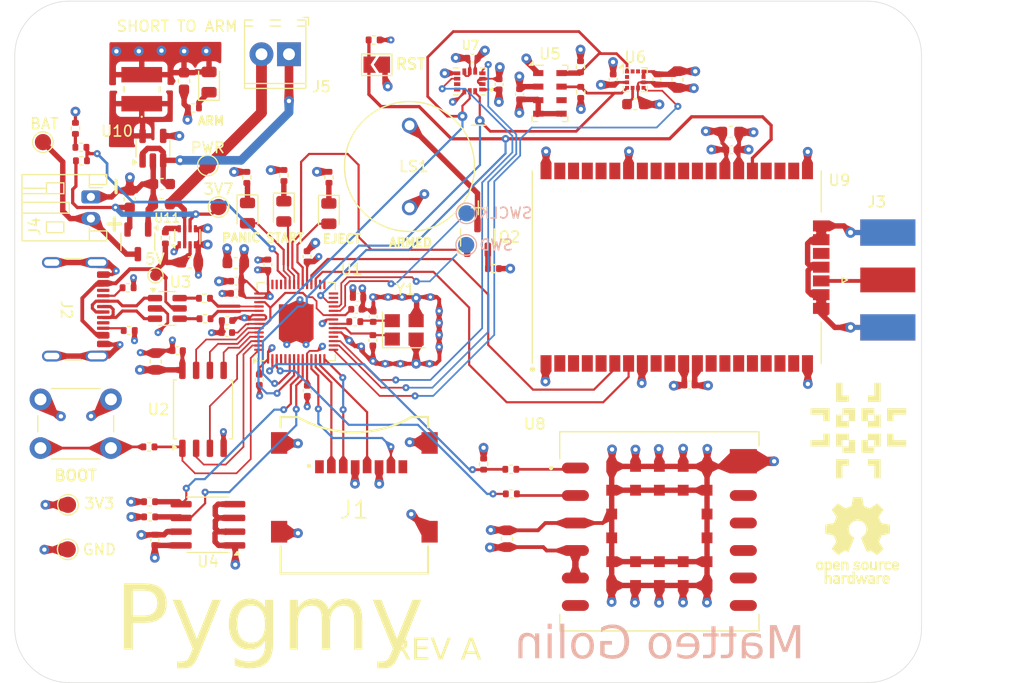
<source format=kicad_pcb>
(kicad_pcb (version 20240108) (generator "pcbnew") (generator_version "8.0")
  (layers (0 "F.Cu" signal) (1 "In1.Cu" power) (2 "In2.Cu" power) (31 "B.Cu" signal) (34 "B.Paste" user) (35 "F.Paste" user) (36 "B.SilkS" user "B.Silkscreen") (37 "F.SilkS" user "F.Silkscreen") (38 "B.Mask" user) (39 "F.Mask" user) (44 "Edge.Cuts" user))
  (net 0 "")
  (net 1 "/XIN")
  (net 2 "GND")
  (net 3 "Net-(C2-Pad1)")
  (net 4 "+3V3")
  (net 5 "+1V1")
  (net 6 "Net-(U6-C1)")
  (net 7 "/Power/PWR_SRC")
  (net 8 "+5V")
  (net 9 "/Power/REGULATOR_IN")
  (net 10 "+3V7")
  (net 11 "/PANIC")
  (net 12 "Net-(D1-K)")
  (net 13 "/STARTUP")
  (net 14 "Net-(D2-K)")
  (net 15 "Net-(D3-K)")
  (net 16 "/SD_EJECT")
  (net 17 "Net-(D4-K)")
  (net 20 "/SPI1_SCK")
  (net 21 "/SPI1_MISO")
  (net 22 "/SPI1_CS")
  (net 23 "/SPI1_MOSI")
  (net 24 "/D-")
  (net 25 "Net-(J2-CC1)")
  (net 26 "/D+")
  (net 29 "Net-(J2-CC2)")
  (net 30 "/RF/RF_SIG")
  (net 31 "/Power/NSY_OUT")
  (net 32 "/BUZZ")
  (net 33 "RST_N")
  (net 34 "Net-(R2-Pad1)")
  (net 35 "/QSPI_SS")
  (net 36 "I2C0_SDA")
  (net 37 "I2C0_SCL")
  (net 38 "I2C1_SDA")
  (net 39 "I2C1_SCL")
  (net 40 "/MCU_D+")
  (net 41 "/MCU_D-")
  (net 42 "/XOUT")
  (net 43 "Net-(U11-ST)")
  (net 44 "/QSPI_SD2")
  (net 45 "Net-(U1-SWCLK)")
  (net 47 "ADC0")
  (net 50 "MCU_UART0_RX")
  (net 52 "/QSPI_SD1")
  (net 53 "/QSPI_SD3")
  (net 54 "MCU_UART0_TX")
  (net 56 "/QSPI_SCLK")
  (net 58 "MCU_UART1_RX")
  (net 59 "MCU_UART1_TX")
  (net 62 "Net-(U1-SWD)")
  (net 63 "/QSPI_SD0")
  (net 72 "Net-(U8-RXD)")
  (net 73 "Net-(U8-TXD)")
  (net 100 "/Power/BAT+")
  (net 101 "/RD+")
  (net 102 "/RD-")
  (net 103 "Net-(R22-Pad2)")
  (net 104 "MAG_INT")
  (net 105 "GYRO_INT")
  (net 106 "XL_INT")
  (net 107 "Net-(Q2-D)")
  (net 108 "Net-(Q2-S)")
  (footprint "Capacitor_SMD:C_0603_1608Metric" (layer "F.Cu") (at 150.27 82.67)
    (property "Reference" "C27" (hide yes))
    (property "Value" "4u7")
  )
  (footprint "LED_SMD:LED_0805_2012Metric" (layer "F.Cu") (at 102.12 78.0725 90)
    (property "Reference" "D4" (hide yes))
    (property "Value" "GREEN LED")
  )
  (footprint "Resistor_SMD:R_0402_1005Metric" (layer "F.Cu") (at 136.425 79.0225 90)
    (property "Reference" "R3" (hide yes))
    (property "Value" "2k2")
  )
  (footprint "Capacitor_SMD:C_0402_1005Metric" (layer "F.Cu") (at 106.76 105.57 -90)
    (property "Reference" "C12" (hide yes))
    (property "Value" "100n")
  )
  (footprint "LC86G:XCVR_LC86G" (layer "F.Cu") (at 143.685 119.57)
    (property "Reference" "U8")
    (property "Value" "LC86G")
  )
  (footprint "Capacitor_SMD:C_0603_1608Metric" (layer "F.Cu") (at 100.35 94.73)
    (property "Reference" "C29" (hide yes))
    (property "Value" "1u")
  )
  (footprint "Capacitor_SMD:C_0402_1005Metric" (layer "F.Cu") (at 115.725 99.06)
    (property "Reference" "C5" (hide yes))
    (property "Value" "100n")
  )
  (footprint "Connector_Coaxial:SMA_Molex_73251-1153_EdgeMount_Horizontal" (layer "F.Cu") (at 163.05 96.35 180)
    (property "Reference" "J3")
    (property "Value" "SMA_Coax")
  )
  (footprint "TestPoint:TestPoint_Pad_D1.5mm" (layer "F.Cu") (at 89.1032 117.1194)
    (property "Reference" "3V3")
    (property "Value" "TestPoint")
  )
  (footprint "MountingHole:MountingHole_3.2mm_M3" (layer "F.Cu") (at 162.88 75.6)
    (property "Reference" "H1" (hide yes))
    (property "Value" "MountingHole")
  )
  (footprint "Logos:PulsarLogo_10mm" (layer "F.Cu") (at 162.052 110.2614)
    (property "Reference" "G***" (hide yes))
    (property "Value" "LOGO" (hide yes))
  )
  (footprint "Resistor_SMD:R_0402_1005Metric" (layer "F.Cu") (at 115.5725 100.2 180)
    (property "Reference" "R9" (hide yes))
    (property "Value" "1k")
  )
  (footprint "Resistor_SMD:R_0402_1005Metric" (layer "F.Cu") (at 101.7 98.0425)
    (property "Reference" "R8" (hide yes))
    (property "Value" "27R")
  )
  (footprint "Resistor_SMD:R_0402_1005Metric" (layer "F.Cu") (at 129.975 113.84 180)
    (property "Reference" "R18" (hide yes))
    (property "Value" "1k")
  )
  (footprint "Capacitor_SMD:C_0402_1005Metric" (layer "F.Cu") (at 143.455 77.83 -90)
    (property "Reference" "C16" (hide yes))
    (property "Value" "100n")
  )
  (footprint "LED_SMD:LED_0805_2012Metric" (layer "F.Cu") (at 109.0244 90.0123 -90)
    (property "Reference" "D2" (hide yes))
    (property "Value" "GREEN LED")
  )
  (footprint "Capacitor_SMD:C_0402_1005Metric" (layer "F.Cu") (at 111.165 94.175 90)
    (property "Reference" "C15" (hide yes))
    (property "Value" "100n")
  )
  (footprint "Package_TO_SOT_SMD:SOT-23-3" (layer "F.Cu") (at 95.5525 92.83 -90)
    (property "Reference" "Q1" (hide yes))
    (property "Value" "PMOS")
  )
  (footprint "Capacitor_SMD:C_0402_1005Metric" (layer "F.Cu") (at 115.8774 97.9678)
    (property "Reference" "C10" (hide yes))
    (property "Value" "100n")
  )
  (footprint "Resistor_SMD:R_0402_1005Metric" (layer "F.Cu") (at 96.64 118.235)
    (property "Reference" "R6" (hide yes))
    (property "Value" "2k2")
  )
  (footprint "Package_SO:SOIC-8_5.23x5.23mm_P1.27mm" (layer "F.Cu") (at 101.565 108.3 90)
    (property "Reference" "U2")
    (property "Value" "W25Q16JVSS")
  )
  (footprint "Capacitor_SMD:C_0402_1005Metric" (layer "F.Cu") (at 104.62 97.59 180)
    (property "Reference" "C14" (hide yes))
    (property "Value" "100n")
  )
  (footprint "Capacitor_SMD:C_0402_1005Metric" (layer "F.Cu") (at 150.335 84.32)
    (property "Reference" "C25" (hide yes))
    (property "Value" "100n")
  )
  (footprint "Capacitor_SMD:C_0402_1005Metric" (layer "F.Cu") (at 117.2725 99.74 90)
    (property "Reference" "C2" (hide yes))
    (property "Value" "15p")
  )
  (footprint "Capacitor_SMD:C_0402_1005Metric" (layer "F.Cu") (at 117.2425 101.93 -90)
    (property "Reference" "C1" (hide yes))
    (property "Value" "15p")
  )
  (footprint "Capacitor_SMD:C_0402_1005Metric" (layer "F.Cu") (at 128.8975 78.2825 90)
    (property "Reference" "C24" (hide yes))
    (property "Value" "100n")
  )
  (footprint "TestPoint:TestPoint_Pad_D1.5mm" (layer "F.Cu") (at 102.0064 85.7758)
    (property "Reference" "PWR")
    (property "Value" "TestPoint")
  )
  (footprint "Capacitor_SMD:C_0402_1005Metric" (layer "F.Cu") (at 107.555 94.95 90)
    (property "Reference" "C8" (hide yes))
    (property "Value" "100n")
  )
  (footprint "Connector_JST:JST_PH_S2B-PH-K_1x02_P2.00mm_Horizontal" (layer "F.Cu") (at 91.215 88.68 -90)
    (property "Reference" "J4")
    (property "Value" "Conn_01x02")
  )
  (footprint "Capacitor_SMD:C_0402_1005Metric" (layer "F.Cu") (at 104.63 96.46 180)
    (property "Reference" "C9" (hide yes))
    (property "Value" "100n")
  )
  (footprint "TestPoint:TestPoint_Pad_D1.0mm" (layer "F.Cu") (at 97.1804 95.9358)
    (property "Reference" "5V")
    (property "Value" "TestPoint")
  )
  (footprint "Capacitor_SMD:C_0603_1608Metric" (layer "F.Cu") (at 141.475 80.11)
    (property "Reference" "C21" (hide yes))
    (property "Value" "220n")
  )
  (footprint "lsm6dso32:XDCR_LSM6DSO32TR" (layer "F.Cu") (at 126.185 78.0125 180)
    (property "Reference" "U7")
    (property "Value" "LSM6DSO32TR")
  )
  (footprint "Connector_USB:USB_C_Receptacle_GCT_USB4105-xx-A_16P_TopMnt_Horizontal" (layer "F.Cu") (at 88.675 99.06 -90)
    (property "Reference" "J2")
    (property "Value" "USB_C_Receptacle_USB2.0_16P")
  )
  (footprint "Jumper:SolderJumper-2_P1.3mm_Open_TrianglePad1.0x1.5mm" (layer "F.Cu") (at 117.601 76.4668 180)
    (property "Reference" "RST" (hide yes))
    (property "Value" "SW_Push")
  )
  (footprint "Resistor_SMD:R_0402_1005Metric" (layer "F.Cu") (at 96.63 116.835)
    (property "Reference" "R5" (hide yes))
    (property "Value" "2k2")
  )
  (footprint "LPO3310-222MLC:LPO3310222MLC" (layer "F.Cu") (at 95.91 78.73 90)
    (property "Reference" "L1" (hide yes))
    (property "Value" "2u2" (hide yes))
  )
  (footprint "Capacitor_SMD:C_0603_1608Metric" (layer "F.Cu") (at 97.745 89.34 180)
    (property "Reference" "C28" (hide yes))
    (property "Value" "1u")
  )
  (footprint "RF_Module:RN2903" (layer "F.Cu") (at 145.29 95.17 -90)
    (property "Reference" "U9")
    (property "Value" "RN2903")
  )
  (footprint "Capacitor_SMD:C_0603_1608Metric" (layer "F.Cu") (at 129.615 120.25 90)
    (property "Reference" "C22" (hide yes))
    (property "Value" "4u7")
  )
  (footprint "Resistor_SMD:R_0402_1005Metric" (layer "F.Cu") (at 105.61 86.8775 90)
    (property "Reference" "R12" (hide yes))
    (property "Value" "330R")
  )
  (footprint "Capacitor_SMD:C_0402_1005Metric" (layer "F.Cu") (at 130.7775 79.195 -90)
    (property "Reference" "C20" (hide yes))
    (property "Value" "100n")
  )
  (footprint "Capacitor_SMD:C_0402_1005Metric" (layer "F.Cu") (at 126.4275 75.8625 180)
    (property "Reference" "C23" (hide yes))
    (property "Value" "100n")
  )
  (footprint "LED_SMD:LED_0805_2012Metric" (layer "F.Cu") (at 113.18 90.22 -90)
    (property "Reference" "D3" (hide yes))
    (property "Value" "GREEN LED")
  )
  (footprint "Package_TO_SOT_SMD:TSOT-23-5" (layer "F.Cu") (at 96.9375 84.18 90)
    (property "Reference" "U10")
    (property "Value" "LM3671MF")
  )
  (footprint "MountingHole:MountingHole_3.2mm_M3" (layer "F.Cu") (at 89.19 75.6)
    (property "Reference" "H4" (hide yes))
    (property "Value" "MountingHole")
  )
  (footprint "Capacitor_SMD:C_0402_1005Metric" (layer "F.Cu") (at 97.11 120.365 90)
    (property "Reference" "C19" (hide yes))
    (property "Value" "100n")
  )
  (footprint "Capacitor_SMD:C_0603_1608Metric" (layer "F.Cu") (at 94.8 88.88 90)
    (property "Reference" "C32" (hide yes))
    (property "Value" "1u")
  )
  (footprint "Package_SO:SOIC-8_3.9x4.9mm_P1.27mm" (layer "F.Cu") (at 102.02 118.965 180)
    (property "Reference" "U4")
    (property "Value" "M24C32-FMN")
  )
  (footprint "Symbol:OSHW-Logo_7.5x8mm_SilkScreen" (layer "F.Cu") (at 161.9758 120.4214)
    (property "Reference" "REF**" (hide yes))
    (property "Value" "OSHW-Logo_7.5x8mm_SilkScreen" (hide yes))
  )
  (footprint "Resistor_SMD:R_0402_1005Metric" (layer "F.Cu") (at 90.3458 85.344 180)
    (property "Reference" "R21" (hide yes))
    (property "Value" "10k")
  )
  (footprint "Package_TO_SOT_SMD:SOT-583-8" (layer "F.Cu") (at 100.12 92.36 90)
    (property "Reference" "U11")
    (property "Value" "TPS2116DRL")
  )
  (footprint "Capacitor_SMD:C_0402_1005Metric" (layer "F.Cu") (at 146.465 106.06 180)
    (property "Reference" "C26" (hide yes))
    (property "Value" "100n")
  )
  (footprint "Capacitor_SMD:C_0402_1005Metric" (layer "F.Cu") (at 103.7844 100.1014 180)
    (property "Reference" "C13" (hide yes))
    (property "Value" "100n")
  )
  (footprint "microsd:GCT_MEM2067-02-180-00-A_REVB" (layer "F.Cu") (at 115.535 116.23 180)
    (property "Reference" "J1")
    (property "Value" "MicroSD Slot")
  )
  (footprint "Package_DFN_QFN:QFN-56-1EP_7x7mm_P0.4mm_EP3.2x3.2mm" (layer "F.Cu") (at 110.1675 100.2 90)
    (property "Reference" "U1")
    (property "Value" "RP2040")
  )
  (footprint "LED_SMD:LED_0805_2012Metric" (layer "F.Cu") (at 105.67 90.1775 -90)
    (property "Reference" "D1" (hide yes))
    (property "Value" "RED LED")
  )
  (footprint "Resistor_SMD:R_0402_1005Metric" (layer "F.Cu") (at 128.3696 95.3008)
    (property "Reference" "R15" (hide yes))
    (property "Value" "150R")
  )
  (footprint "MountingHole:MountingHole_3.2mm_M3" (layer "F.Cu") (at 162.88 128.54)
    (property "Reference" "H2" (hide yes))
    (property "Value" "MountingHole")
  )
  (footprint "Resistor_SMD:R_0402_1005Metric" (layer "F.Cu") (at 89.789 82.3488 90)
    (property "Reference" "R23" (hide yes))
    (property "Value" "330R")
  )
  (footprint "Package_LGA:LGA-12_2x2mm_P0.5mm" (layer "F.Cu") (at 141.465 77.85)
    (property "Reference" "U6")
    (property "Value" "LIS2MDL")
  )
  (footprint "Resistor_SMD:R_0402_1005Metric" (layer "F.Cu") (at 113.19 86.87 90)
    (property "Reference" "R14" (hide yes))
    (property "Value" "330R")
  )
  (footprint "Resistor_SMD:R_0402_1005Metric" (layer "F.Cu") (at 96.575 111.77)
    (property "Reference" "R2" (hide yes))
    (property "Value" "1k")
  )
  (footprint "Capacitor_SMD:C_0402_1005Metric" (layer "F.Cu") (at 139.425 77.84 90)
    (property "Reference" "C17" (hide yes))
    (property "Value" "100n")
  )
  (footprint "Capacitor_SMD:C_0603_1608Metric" (layer "F.Cu") (at 97.2 103.88 90)
    (property "Reference" "C4" (hide yes))
    (property "Value" "2u2")
  )
  (footprint "Resistor_SMD:R_0402_1005Metric" (layer "F.Cu") (at 94.755 101.02)
    (property "Reference" "R11" (hide yes))
    (property "Value" "5k1")
  )
  (footprint "Resistor_SMD:R_0402_1005Metric" (layer "F.Cu") (at 98.09 92.47 90)
    (property "Reference" "R16" (hide yes))
    (property "Value" "10k")
  )
  (footprint "Package_TO_SOT_SMD:SOT-23-6" (layer "F.Cu") (at 98.27 98.98)
    (property "Reference" "U3")
    (property "Value" "USBLC6-2SC6")
  )
  (footprint "Capacitor_SMD:C_0603_1608Metric" (layer "F.Cu") (at 104.59 94.79 180)
    (property "Reference" "C7" (hide yes))
    (property "Value" "1u")
  )
  (footprint "Resistor_SMD:R_0402_1005Metric" (layer "F.Cu") (at 90.295 84.0994 180)
    (property "Reference" "R22" (hide yes))
    (property "Value" "33k")
  )
  (footprint "Capacitor_SMD:C_0603_1608Metric" (layer "F.Cu") (at 145.355 77.84 -90)
    (property "Reference" "C18" (hide yes))
    (property "Value" "10u")
  )
  (footprint "Capacitor_SMD:C_0603_1608Metric" (layer "F.Cu") (at 97.755 87.49 180)
    (property "Reference" "C31" (hide yes))
    (property "Value" "4u7")
  )
  (footprint "TestPoint:TestPoint_Pad_D1.5mm" (layer "F.Cu") (at 102.997 89.6112)
    (property "Reference" "3V7")
    (property "Value" "TestPoint")
  )
  (footprint "MountingHole:MountingHole_3.2mm_M3" (layer "F.Cu") (at 89.19 128.54)
    (property "Reference" "H3" (hide yes))
    (property "Value" "MountingHole")
  )
  (footprint "Capacitor_SMD:C_0402_1005Metric" (layer "F.Cu") (at 99.22 102.88 180)
    (property "Reference" "C3" (hide yes))
    (property "Value" "100n")
  )
  (footprint "Capacitor_SMD:C_0603_1608Metric" (layer "F.Cu") (at 99.81 77.975 -90)
    (property "Reference" "C30" (hide yes))
    (property "Value" "10u")
  )
  (footprint "Resistor_SMD:R_0402_1005Metric" (layer "F.Cu") (at 136.405 76.6525 -90)
    (property "Reference" "R4" (hide yes))
    (property "Value" "2k2")
  )
  (footprint "buzzer:XDCR_AI-1223-TWT-3V-2-R" (layer "F.Cu") (at 120.625 85.87 180)
    (property "Reference" "LS1")
    (property "Value" "ACTIVE BUZZER")
  )
  (footprint "Capacitor_SMD:C_0402_1005Metric" (layer "F.Cu") (at 103.7644 101.2114 180)
    (property "Reference" "C6" (hide yes))
    (property "Value" "100n")
  )
  (footprint "Resistor_SMD:R_0402_1005Metric" (layer "F.Cu") (at 100.68 80.46 180)
    (property "Reference" "R17" (hide yes))
    (property "Value" "330R")
  )
  (footprint "TerminalBlock_Phoenix:TerminalBlock_Phoenix_MPT-0,5-2-2.54_1x02_P2.54mm_Horizontal" (layer "F.Cu") (at 109.5 75.5 180)
    (property "Reference" "J5")
    (property "Value" "ARM")
  )
  (footprint "TestPoint:TestPoint_Pad_D1.5mm" (layer "F.Cu") (at 89.0778 121.2342)
    (property "Reference" "GND")
    (property "Value" "TestPoint")
  )
  (footprint "Package_TO_SOT_SMD:SOT-23-3" (layer "F.Cu") (at 126.8984 92.4251 90)
    (property "Reference" "Q2")
    (property "Value" "NMOS")
  )
  (footprint "Resistor_SMD:R_0402_1005Metric" (layer "F.Cu") (at 101.75 99.9325)
    (property "Reference" "R7" (hide yes))
    (property "Value" "27R")
  )
  (footprint "Resistor_SMD:R_0402_1005Metric" (layer "F.Cu") (at 109.0344 86.7023 90)
    (property "Reference" "R13" (hide yes))
    (property "Value" "330R")
  )
  (footprint "Capacitor_SMD:C_0402_1005Metric" (layer "F.Cu") (at 111.19 106.59 -90)
    (property "Reference" "C11" (hide yes))
    (property "Value" "100n")
  )
  (footprint "TestPoint:TestPoint_Pad_D1.5mm" (layer "F.Cu") (at 86.7918 83.6168)
    (property "Reference" "BAT")
    (property "Value" "TestPoint")
  )
  (footprint "Button_Switch_THT:SW_PUSH_6mm_H5mm" (layer "F.Cu") (at 86.565 107.38)
    (property "Reference" "SW1" (hide yes))
    (property "Value" "SW_Push")
  )
  (footprint "Resistor_SMD:R_0402_1005Metric" (layer "F.Cu") (at 117.3608 74.1808 180)
    (property "Reference" "R1" (hide yes))
    (property "Value" "10k")
  )
  (footprint "Package_LGA:LGA-8_3x5mm_P1.25mm" (layer "F.Cu") (at 133.58 79.1175)
    (property "Reference" "U5")
    (property "Value" "MS5607-02BA")
  )
  (footprint "Crystal:Crystal_SMD_3225-4Pin_3.2x2.5mm" (layer "F.Cu") (at 120.1325 100.96)
    (property "Reference" "Y1")
    (property "Value" "12MHz")
  )
  (footprint "Resistor_SMD:R_0402_1005Metric" (layer "F.Cu") (at 130.025 116.11 180)
    (property "Reference" "R19" (hide yes))
    (property "Value" "1k")
  )
  (footprint "Resistor_SMD:R_0402_1005Metric" (layer "F.Cu") (at 127.465 113.36 90)
    (property "Reference" "R20" (hide yes))
    (property "Value" "5k6")
  )
  (footprint "Resistor_SMD:R_0402_1005Metric" (layer "F.Cu") (at 94.65 97.07)
    (property "Reference" "R10" (hide yes))
    (property "Value" "5k1")
  )
  (footprint "TestPoint:TestPoint_Pad_D1.5mm" (layer "B.Cu") (at 125.857 93.1164 180)
    (property "Reference" "SWD")
    (property "Value" "TestPoint")
  )
  (footprint "TestPoint:TestPoint_Pad_D1.5mm" (layer "B.Cu") (at 125.8824 90.1954 180)
    (property "Reference" "SWCLK")
    (property "Value" "TestPoint")
  )
  (gr_line (start 84.19 128.54) (end 84.19 75.6) (stroke (width 0.05)) (layer "Edge.Cuts"))
  (gr_line (start 167.88 75.6) (end 167.88 128.54) (stroke (width 0.05)) (layer "Edge.Cuts"))
  (gr_arc (start 162.88 70.6) (mid 166.415534 72.064466) (end 167.88 75.6) (stroke (width 0.05)) (layer "Edge.Cuts"))
  (gr_arc (start 84.19 75.6) (mid 85.654466 72.064466) (end 89.19 70.6) (stroke (width 0.05)) (layer "Edge.Cuts"))
  (gr_line (start 89.19 70.6) (end 162.88 70.6) (stroke (width 0.05)) (layer "Edge.Cuts"))
  (gr_arc (start 89.19 133.54) (mid 85.654466 132.075534) (end 84.19 128.54) (stroke (width 0.05)) (layer "Edge.Cuts"))
  (gr_line (start 162.88 133.54) (end 89.19 133.54) (stroke (width 0.05)) (layer "Edge.Cuts"))
  (gr_arc (start 167.88 128.54) (mid 166.415534 132.075534) (end 162.88 133.54) (stroke (width 0.05)) (layer "Edge.Cuts"))
  (gr_text "Matteo Golin" (at 157.099 131.8006 0) (layer "B.SilkS") (effects (font (size 3 3) (thickness 0.1)) (justify left bottom mirror)))
  (gr_text "-" (at 94.3102 88.8492 90) (layer "F.SilkS") (effects (font (size 1.5 1.5) (thickness 0.3) (bold yes)) (justify left bottom)))
  (gr_text "ARMED" (at 118.618 93.3704 0) (layer "F.SilkS") (effects (font (size 0.8 0.8) (thickness 0.2) (bold yes)) (justify left bottom)))
  (gr_text "Pygmy" (at 93.44 131.51 0) (layer "F.SilkS") (effects (font (size 6 6) (thickness 0.75) (italic yes)) (justify left bottom)))
  (gr_text "START" (at 107.2642 92.9386 0) (layer "F.SilkS") (effects (font (size 0.8 0.8) (thickness 0.2) (bold yes)) (justify left bottom)))
  (gr_text "REV A" (at 118.83 131.76 0) (layer "F.SilkS") (effects (font (size 2 2) (thickness 0.1) (italic yes)) (justify left bottom)))
  (gr_text "RST" (at 119.25 77 0) (layer "F.SilkS") (effects (font (size 1 1) (thickness 0.2) (bold yes)) (justify left bottom)))
  (gr_text "BOOT" (at 87.75 115 0) (layer "F.SilkS") (effects (font (size 1 1) (thickness 0.2) (bold yes)) (justify left bottom)))
  (gr_text "SHORT TO ARM" (at 93.5 73.5 0) (layer "F.SilkS") (effects (font (size 1 1)) (justify left bottom)))
  (gr_text "ARM" (at 100.965 82.1182 0) (layer "F.SilkS") (effects (font (size 0.8 0.8) (thickness 0.2) (bold yes)) (justify left bottom)))
  (gr_text "PANIC" (at 103.2002 92.9132 0) (layer "F.SilkS") (effects (font (size 0.8 0.8) (thickness 0.2) (bold yes)) (justify left bottom)))
  (gr_text "+" (at 92.2528 91.948 0) (layer "F.SilkS") (effects (font (size 1.5 1.5) (thickness 0.3) (bold yes)) (justify left bottom)))
  (gr_text "EJECT" (at 112.522 93.0148 0) (layer "F.SilkS") (effects (font (size 0.8 0.8) (thickness 0.2) (bold yes)) (justify left bottom)))
  (segment (start 117.0877 101.2952) (end 117.2425 101.45) (width 0.2) (layer "F.Cu") (net 1))
  (segment (start 117.2425 101.45) (end 118.6725 101.45) (width 0.2) (layer "F.Cu") (net 1))
  (segment (start 113.605 100.8) (end 114.723576 100.8) (width 0.2) (layer "F.Cu") (net 1))
  (segment (start 115.218776 101.2952) (end 117.0877 101.2952) (width 0.2) (layer "F.Cu") (net 1))
  (segment (start 114.723576 100.8) (end 115.218776 101.2952) (width 0.2) (layer "F.Cu") (net 1))
  (segment (start 118.6725 101.45) (end 119.0325 101.81) (width 0.2) (layer "F.Cu") (net 1))
  (segment (start 127.465 112.85) (end 127.465 111.855) (width 0.5) (layer "F.Cu") (net 2))
  (segment (start 145.01 106.12) (end 145.09 106.06) (width 0.5) (layer "F.Cu") (net 2))
  (segment (start 104.495 120.87) (end 103.01 120.87) (width 0.5) (layer "F.Cu") (net 2))
  (segment (start 125.9475 75.8625) (end 124.9125 75.8625) (width 0.5) (layer "F.Cu") (net 2))
  (segment (start 103.79 93.43) (end 103.79 94.765) (width 0.5) (layer "F.Cu") (net 2))
  (segment (start 102.695 118.055) (end 102.695 117.325) (width 0.5) (layer "F.Cu") (net 2))
  (segment (start 109.2962 101.0713) (end 110.1675 100.2) (width 0.2) (layer "F.Cu") (net 2))
  (segment (start 101.14 94.745) (end 101.125 94.73) (width 0.2) (layer "F.Cu") (net 2))
  (segment (start 150.825 84.31) (end 150.815 84.32) (width 0.35) (layer "F.Cu") (net 2))
  (segment (start 87.6 103.38) (end 91.78 103.38) (width 0.5) (layer "F.Cu") (net 2))
  (segment (start 145.09 106.06) (end 145.15 106.06) (width 0.5) (layer "F.Cu") (net 2))
  (segment (start 152.38 82.71) (end 151.085 82.71) (width 0.5) (layer "F.Cu") (net 2))
  (segment (start 95.15 96.14) (end 95.12 96.14) (width 0.35) (layer "F.Cu") (net 2))
  (segment (start 139.425 76.235) (end 139.41 76.22) (width 0.5) (layer "F.Cu") (net 2))
  (segment (start 158.625 92.63) (end 158.625 91.36) (width 0.5) (layer "F.Cu") (net 2))
  (segment (start 95.825 103.105) (end 95.78 103.06) (width 0.35) (layer "F.Cu") (net 2))
  (segment (start 111.0742 101.1067) (end 110.1675 100.2) (width 0.2) (layer "F.Cu") (net 2))
  (segment (start 101.26 91.94) (end 101.26 92.71) (width 0.3) (layer "F.Cu") (net 2))
  (segment (start 94.8 88.105) (end 94.8 86.8862) (width 0.5) (layer "F.Cu") (net 2))
  (segment (start 107.515 94.51) (end 107.555 94.47) (width 0.2) (layer "F.Cu") (net 2))
  (segment (start 103.45 111.88) (end 103.47 111.9) (width 0.2) (layer "F.Cu") (net 2))
  (segment (start 98.31 99.495001) (end 98.31 100.31) (width 0.25) (layer "F.Cu") (net 2))
  (segment (start 91.23 108.93) (end 91.515 108.93) (width 0.5) (layer "F.Cu") (net 2))
  (segment (start 103.45 110.36) (end 103.45 111.88) (width 0.35) (layer "F.Cu") (net 2))
  (segment (start 97.1325 98.98) (end 97.794999 98.98) (width 0.25) (layer "F.Cu") (net 2))
  (segment (start 116.105 99.07) (end 116.332 98.843) (width 0.35) (layer "F.Cu") (net 2))
  (segment (start 141.43 126.15) (end 141.43 124.625) (width 0.5) (layer "F.Cu") (net 2))
  (segment (start 118.364 76.5048) (end 118.326 76.4668) (width 0.5) (layer "F.Cu") (net 2))
  (segment (start 101.14 95.95) (end 101.14 95.91) (width 0.2) (layer "F.Cu") (net 2))
  (segment (start 122.415 111.34) (end 122.48 111.405) (width 0.5) (layer "F.Cu") (net 2))
  (segment (start 148.11 113.545) (end 148.085 113.57) (width 0.5) (layer "F.Cu") (net 2))
  (segment (start 118.6432 97.9286) (end 117.2432 97.9286) (width 0.35) (layer "F.Cu") (net 2))
  (segment (start 104.14 96.47) (end 104.15 96.46) (width 0.2) (layer "F.Cu") (net 2))
  (segment (start 141.715 78.19) (end 141.805 78.1) (width 0.16) (layer "F.Cu") (net 2))
  (segment (start 93.55 95.52) (end 93.2 95.87) (width 0.25) (layer "F.Cu") (net 2))
  (segment (start 109.0344 86.1923) (end 107.8269 86.1923) (width 0.5) (layer "F.Cu") (net 2))
  (segment (start 118.364 78.2202) (end 118.364 76.5048) (width 0.5) (layer "F.Cu") (net 2))
  (segment (start 123.363358 98.141158) (end 123.1392 97.917) (width 0.35) (layer "F.Cu") (net 2))
  (segment (start 117.25 103.8392) (end 117.5 104.0892) (width 0.35) (layer "F.Cu") (net 2))
  (segment (start 116.332 98.843) (end 116.332 97.9932) (width 0.35) (layer "F.Cu") (net 2))
  (segment (start 93.12 88.68) (end 93.695 88.105) (width 0.5) (layer "F.Cu") (net 2))
  (segment (start 101.14 95.91) (end 101.14 94.745) (width 0.5) (layer "F.Cu") (net 2))
  (segment (start 91.78 103.38) (end 92.84 103.38) (width 0.5) (layer "F.Cu") (net 2))
  (segment (start 97.2 103.105) (end 95.825 103.105) (width 0.35) (layer "F.Cu") (net 2))
  (segment (start 143.455 78.31) (end 145.05 78.31) (width 0.5) (layer "F.Cu") (net 2))
  (segment (start 121.28 100.0625) (end 121.2325 100.11) (width 0.2) (layer "F.Cu") (net 2))
  (segment (start 96.595 119.895) (end 96.605 119.885) (width 0.5) (layer "F.Cu") (net 2))
  (segment (start 141.478 112.014) (end 141.485 112.021) (width 0.5) (layer "F.Cu") (net 2))
  (segment (start 132.505 80.9925) (end 132.505 79.7425) (width 0.5) (layer "F.Cu") (net 2))
  (segment (start 139.285 122.37) (end 148.085 122.37) (width 0.5) (layer "F.Cu") (net 2))
  (segment (start 91.78 94.74) (end 92.77 94.74) (width 0.5) (layer "F.Cu") (net 2))
  (segment (start 118.6152 78.4714) (end 118.364 78.2202) (width 0.5) (layer "F.Cu") (net 2))
  (segment (start 97.415 101.205) (end 97.36 101.26) (width 0.25) (layer "F.Cu") (net 2))
  (segment (start 119.9332 97.9286) (end 118.6432 97.9286) (width 0.35) (layer "F.Cu") (net 2))
  (segment (start 133.17 105.73) (end 133.17 104.115) (width 0.5) (layer "F.Cu") (net 2))
  (segment (start 145.88 113.565) (end 145.885 113.57) (width 0.5) (layer "F.Cu") (net 2))
  (segment (start 157.725 97.71) (end 158.625 97.71) (width 0.5) (layer "F.Cu") (net 2))
  (segment (start 141.805 78.1) (end 142.2275 78.1) (width 0.16) (layer "F.Cu") (net 2))
  (segment (start 151.04 82.675) (end 151.045 82.67) (width 0.35) (layer "F.Cu") (net 2))
  (segment (start 95.16 97.07) (end 95.16 96.18) (width 0.35) (layer "F.Cu") (net 2))
  (segment (start 157.355 86.28) (end 157.355 84.535) (width 0.5) (layer "F.Cu") (net 2))
  (segment (start 93.09 95.87) (end 93.08 95.86) (width 0.25) (layer "F.Cu") (net 2))
  (segment (start 103.2844 101.2114) (end 102.3644 101.2114) (width 0.35) (layer "F.Cu") (net 2))
  (segment (start 116.17 102.8858) (end 116.17 102.48) (width 0.35) (layer "F.Cu") (net 2))
  (segment (start 98.74 102.88) (end 97.425 102.88) (width 0.35) (layer "F.Cu") (net 2))
  (segment (start 121.23 104.0892) (end 121.23 102.3717) (width 0.5) (layer "F.Cu") (net 2))
  (segment (start 122.47 104.0892) (end 123.074619 104.0892) (width 0.35) (layer "F.Cu") (net 2))
  (segment (start 117.29 99.2425) (end 117.2725 99.26) (width 0.2) (layer "F.Cu") (net 2))
  (segment (start 102.96 117.06) (end 104.495 117.06) (width 0.5) (layer "F.Cu") (net 2))
  (segment (start 98.88 93.59) (end 99.37 93.1) (width 0.3) (layer "F.Cu") (net 2))
  (segment (start 123.363358 102.536061) (end 123.363358 101.426061) (width 0.35) (layer "F.Cu") (net 2))
  (segment (start 96.97 89.34) (end 96.97 85.35) (width 0.5) (layer "F.Cu") (net 2))
  (segment (start 134.655 80.9925) (end 132.505 80.9925) (width 0.5) (layer "F.Cu") (net 2))
  (segment (start 96.97 85.35) (end 96.9375 85.3175) (width 0.5) (layer "F.Cu") (net 2))
  (segment (start 89.0524 121.2596) (end 89.0778 121.2342) (width 0.5) (layer "F.Cu") (net 2))
  (segment (start 141.7 78.6275) (end 141.7 79.56) (width 0.16) (layer "F.Cu") (net 2))
  (segment (start 102.695 117.325) (end 102.96 117.06) (width 0.5) (layer "F.Cu") (net 2))
  (segment (start 104.495 119.6) (end 103.01 119.6) (width 0.5) (layer "F.Cu") (net 2))
  (segment (start 127.1025 78.2625) (end 127.3475 78.2625) (width 0.16) (layer "F.Cu") (net 2))
  (segment (start 95.16 96.18) (end 95.15 96.17) (width 0.35) (layer "F.Cu") (net 2))
  (segment (start 157.37 92.985) (end 157.725 92.63) (width 0.5) (layer "F.Cu") (net 2))
  (segment (start 102 93.08) (end 100.89 93.08) (width 0.3) (layer "F.Cu") (net 2))
  (segment (start 97.425 102.88) (end 97.2 103.105) (width 0.35) (layer "F.Cu") (net 2))
  (segment (start 143.66 126.17) (end 143.66 124.595) (width 0.5) (layer "F.Cu") (net 2))
  (segment (start 97.965 119.885) (end 98.25 119.6) (width 0.5) (layer "F.Cu") (net 2))
  (segment (start 95.24 101.045) (end 95.265 101.02) (width 0.35) (layer "F.Cu") (net 2))
  (segment (start 92.84 103.38) (end 93.9 102.32) (width 0.5) (layer "F.Cu") (net 2))
  (segment (start 102.675 119.755) (end 102.83 119.6) (width 0.5) (layer "F.Cu") (net 2))
  (segment (start 139.32 113.535) (end 139.285 113.57) (width 0.5) (layer "F.Cu") (net 2))
  (segment (start 143.63 111.96) (end 143.63 113.515) (width 0.5) (layer "F.Cu") (net 2))
  (segment (start 123.386358 102.559061) (end 123.363358 102.536061) (width 0.35) (layer "F.Cu") (net 2))
  (segment (start 95.865 119.895) (end 96.595 119.895) (width 0.5) (layer "F.Cu") (net 2))
  (segment (start 142.06 105.88) (end 142.06 104.115) (width 0.5) (layer "F.Cu") (net 2))
  (segment (start 91.215 88.68) (end 93.12 88.68) (width 0.5) (layer "F.Cu") (net 2))
  (segment (start 121.23 101.8125) (end 121.2325 101.81) (width 0.2) (layer "F.Cu") (net 2))
  (segment (start 123.386358 103.777461) (end 123.386358 102.559061) (width 0.35) (layer "F.Cu") (net 2))
  (segment (start 130.7775 79.675) (end 132.4375 79.675) (width 0.5) (layer "F.Cu") (net 2))
  (segment (start 100.9 91.59) (end 100.87 91.62) (width 0.3) (layer "F.Cu") (net 2))
  (segment (start 126.05 77.52) (end 126.185 77.385) (width 0.16) (layer "F.Cu") (net 2))
  (segment (start 139.425 77.36) (end 139.425 76.235) (width 0.5) (layer "F.Cu") (net 2))
  (segment (start 143.66 124.595) (end 143.685 124.57) (width 0.5) (layer "F.Cu") (net 2))
  (segment (start 116.332 97.9932) (end 116.3574 97.9678) (width 0.35) (layer "F.Cu") (net 2))
  (segment (start 143.63 113.515) (end 143.685 113.57) (width 0.5) (layer "F.Cu") (net 2))
  (segment (start 157.37 94.815) (end 157.37 92.985) (width 0.5) (layer "F.Cu") (net 2))
  (segment (start 127.3475 77.7625) (end 127.1075 77.7625) (width 0.16) (layer "F.Cu") (net 2))
  (segment (start 118.38 104.0892) (end 119.78 104.0892) (width 0.35) (layer "F.Cu") (net 2))
  (segment (start 104.495 118.33) (end 103.13 118.33) (width 0.5) (layer "F.Cu") (net 2))
  (segment (start 135.935 118.8) (end 138.455 118.8) (width 0.35) (layer "F.Cu") (net 2))
  (segment (start 119.78 104.0892) (end 122.47 104.0892) (width 0.35) (layer "F.Cu") (net 2))
  (segment (start 102.53 101.15) (end 102.53 101.16) (width 0.35) (layer "F.Cu") (net 2))
  (segment (start 158.625 98.98) (end 158.625 99.475) (width 0.5) (layer "F.Cu") (net 2))
  (segment (start 125.685 77.375) (end 125.83 77.52) (width 0.16) (layer "F.Cu") (net 2))
  (segment (start 143.245 78.1) (end 143.455 78.31) (width 0.25) (layer "F.Cu") (net 2))
  (segment (start 91.515 108.93) (end 93.065 107.38) (width 0.5) (layer "F.Cu") (net 2))
  (segment (start 122.48 119.605) (end 122.405 119.605) (width 0.5) (layer "F.Cu") (net 2))
  (segment (start 117.5 104.0892) (end 118.38 104.0892) (width 0.35) (layer "F.Cu") (net 2))
  (segment (start 134.62 81.0275) (end 134.655 80.9925) (width 0.5) (layer "F.Cu") (net 2))
  (segment (start 93.2 95.87) (end 93.09 95.87) (width 0.25) (layer "F.Cu") (net 2))
  (segment (start 122.5532 97.9286) (end 122.6932 97.9286) (width 0.35) (layer "F.Cu") (net 2))
  (segment (start 128.8975 77.8025) (end 128.8975 76.7525) (width 0.5) (layer "F.Cu") (net 2))
  (segment (start 103.23 97.6) (end 103.32 97.6) (width 0.2) (layer "F.Cu") (net 2))
  (segment (start 101.26 92.71) (end 100.87 93.1) (width 0.3) (layer "F.Cu") (net 2))
  (segment (start 102.97 118.33) (end 104.495 118.33) (width 0.5) (layer "F.Cu") (net 2))
  (segment (start 117.29 98.4) (end 117.29 99.2425) (width 0.35) (layer "F.Cu") (net 2))
  (segment (start 102.97 118.33) (end 102.695 118.055) (width 0.5) (layer "F.Cu") (net 2))
  (segment (start 141.715 78.6125) (end 141.715 78.19) (width 0.16) (layer "F.Cu") (net 2))
  (segment (start 127.3475 77.7625) (end 128.8575 77.7625) (width 0.16) (layer "F.Cu") (net 2))
  (segment (start 102.55 101.14) (end 102.54 101.15) (width 0.35) (layer "F.Cu") (net 2))
  (segment (start 102.53 101.16) (end 102.54 101.15) (width 0.35) (layer "F.Cu") (net 2))
  (segment (start 92.77 94.74) (end 93.55 95.52) (width 0.5) (layer "F.Cu") (net 2))
  (segment (start 103.01 119.6) (end 102.705 119.295) (width 0.5) (layer "F.Cu") (net 2))
  (segment (start 141.485 112.021) (end 141.485 113.57) (width 0.5) (layer "F.Cu") (net 2))
  (segment (start 145.87 126.14) (end 145.87 124.585) (width 0.5) (layer "F.Cu") (net 2))
  (segment (start 101.125 94.73) (end 101.125 93.315) (width 0.5) (layer "F.Cu") (net 2))
  (segment (start 89.789 81.8388) (end 89.789 80.7974) (width 0.3) (layer "F.Cu") (net 2))
  (segment (start 160.72 91.36) (end 161.33 91.97) (width 0.5) (layer "F.Cu") (net 2))
  (segment (start 145.88 111.93) (end 145.88 113.565) (width 0.5) (layer "F.Cu") (net 2))
  (segment (start 112.08 86.36) (end 113.19 86.36) (width 0.5) (layer "F.Cu") (net 2))
  (segment (start 120.64 111.34) (end 122.415 111.34) (width 0.5) (layer "F.Cu") (net 2))
  (segment (start 145.21 106.06) (end 145.01 106.12) (width 0.5) (layer "F.Cu") (net 2))
  (segment (start 151.93 84.31) (end 150.825 84.31) (width 0.5) (layer "F.Cu") (net 2))
  (segment (start 117.25 103.8392) (end 117.1234 103.8392) (width 0.35) (layer "F.Cu") (net 2))
  (segment (start 142.06 104.115) (end 142.115 104.06) (width 0.5) (layer "F.Cu") (net 2))
  (segment (start 126.185 77.1) (end 126.185 76.1) (width 0.16) (layer "F.Cu") (net 2))
  (segment (start 110.5154 99.8521) (end 110.1675 100.2) (width 0.2) (layer "F.Cu") (net 2))
  (segment (start 145.985 104.12) (end 145.925 104.06) (width 0.2) (layer "F.Cu") (net 2))
  (segment (start 107.8269 86.1923) (end 107.8144 86.2048) (width 0.5) (layer "F.Cu") (net 2))
  (segment (start 95.97 87.49) (end 96.98 87.49) (width 0.5) (layer "F.Cu") (net 2))
  (segment (start 98.74 102.88) (end 98.74 101.9) (width 0.35) (layer "F.Cu") (net 2))
  (segment (start 116.3574 97.9678) (end 116.3574 97.195017) (width 0.35) (layer "F.Cu") (net 2))
  (segment (start 103.795 94.81) (end 103.815 94.79) (width 0.2) (layer "F.Cu") (net 2))
  (segment (start 128.8575 77.7625) (end 128.8975 77.8025) (width 0.16) (layer "F.Cu") (net 2))
  (segment (start 101.125 93.315) (end 101.04 93.23) (width 0.5) (layer "F.Cu") (net 2))
  (segment (start 154.28 113.1) (end 151.44 113.1) (width 0.8) (layer "F.Cu") (net 2))
  (segment (start 88.45 108.95) (end 88.135 108.95) (width 0.5) (layer "F.Cu") (net 2))
  (segment (start 103.04 96.48) (end 103.05 96.47) (width 0.3) (layer "F.Cu") (net 2))
  (segment (start 102.675 120.535) (end 102.675 119.755) (width 0.5) (layer "F.Cu") (net 2))
  (segment (start 123.363358 99.216061) (end 123.363358 98.141158) (width 0.35) (layer "F.Cu") (net 2))
  (segment (start 157.725 95.17) (end 157.413 95.482) (width 0.5) (layer "F.Cu") (net 2))
  (segment (start 111.0742 102.3112) (end 111.0742 101.1067) (width 0.2) (layer "F.Cu") (net 2))
  (segment (start 141.7 79.56) (end 142.25 80.11) (width 0.16) (layer "F.Cu") (net 2))
  (segment (start 99.82 80.11) (end 99.82 78.76) (width 0.5) (layer "F.Cu") (net 2))
  (segment (start 98.88 93.75) (end 98.88 93.59) (width 0.3) (layer "F.Cu") (net 2))
  (segment (start 145.05 78.31) (end 145.355 78.615) (width 0.5) (layer "F.Cu") (net 2))
  (segment (start 102.83 119.6) (end 104.495 119.6) (width 0.5) (layer "F.Cu") (net 2))
  (segment (start 129.59 119.45) (end 129.615 119.475) (width 0.35) (layer "F.Cu") (net 2))
  (segment (start 93.695 88.105) (end 94.8 88.105) (width 0.5) (layer "F.Cu") (net 2))
  (segment (start 104.4325 86.3675) (end 104.43 86.37) (width 0.5) (layer "F.Cu") (net 2))
  (segment (start 141.715 78.6125) (end 141.7 78.6275) (width 0.16) (layer "F.Cu") (net 2))
  (segment (start 148.11 111.95) (end 148.11 113.545) (width 0.5) (layer "F.Cu") (net 2))
  (segment (start 157.413 95.482) (end 157.413 97.398) (width 0.5) (layer "F.Cu") (net 2))
  (segment (start 102.705 118.595) (end 102.97 118.33) (width 0.5) (layer "F.Cu") (net 2))
  (segment (start 151.005 84.51) (end 150.815 84.32) (width 0.35) (layer "F.Cu") (net 2))
  (segment (start 145.87 124.585) (end 145.885 124.57) (width 0.5) (layer "F.Cu") (net 2))
  (segment (start 100.94 91.62) (end 101.26 91.94) (width 0.3) (layer "F.Cu") (net 2))
  (segment (start 103.49 101.12) (end 103.47 101.14) (width 0.35) (layer "F.Cu") (net 2))
  (segment (start 132.43 81.0675) (end 132.505 80.9925) (width 0.5) (layer "F.Cu") (net 2))
  (segment (start 111.93 92.92) (end 111.16 93.69) (width 0.5) (layer "F.Cu") (net 2))
  (segment (start 96.5025 89.8075) (end 96.97 89.34) (width 0.5) (layer "F.Cu") (net 2))
  (segment (start 157.413 97.398) (end 157.725 97.71) (width 0.5) (layer "F.Cu") (net 2))
  (segment (start 128.8796 95.3008) (end 129.921 95.3008) (width 0.5) (layer "F.Cu") (net 2))
  (segment (start 110.1675 98.5189) (end 110.1675 100.2) (width 0.16) (layer "F.Cu") (net 2))
  (segment (start 128.8975 76.7525) (end 128.96 76.69) (width 0.5) (layer "F.Cu") (net 2))
  (segment (start 97.794999 98.98) (end 98.31 99.495001) (width 0.25) (layer "F.Cu") (net 2))
  (segment (start 93.9 102.32) (end 92.415 102.32) (width 0.35) (layer "F.Cu") (net 2))
  (segment (start 139.285 124.57) (end 139.285 113.57) (width 0.5) (layer "F.Cu") (net 2))
  (segment (start 133.16 118.8) (end 135.935 118.8) (width 0.35) (layer "F.Cu") (net 2))
  (segment (start 130.76 80.92) (end 130.76 79.6925) (width 0.5) (layer "F.Cu") (net 2))
  (segment (start 142.28 80.14) (end 142.25 80.11) (width 0.5) (layer "F.Cu") (net 2))
  (segment (start 100.17 80.46) (end 99.82 80.11) (width 0.5) (layer "F.Cu") (net 2))
  (segment (start 106.62 94.51) (end 107.515 94.51) (width 0.4) (layer "F.Cu") (net 2))
  (segment (start 95.355 88.105) (end 95.97 87.49) (width 0.5) (layer "F.Cu") (net 2))
  (segment (start 158.625 99.475) (end 159.88 100.73) (width 0.5) (layer "F.Cu") (net 2))
  (segment (start 126.93 78.09) (end 127.1025 78.2625) (width 0.16) (layer "F.Cu") (net 2))
  (segment (start 139.28 124.575) (end 139.285 124.57) (width 0.5) (layer "F.Cu") (net 2))
  (segment (start 104.545 122.655) (end 104.545 120.92) (width 0.5) (layer "F.Cu") (net 2))
  (segment (start 122.5648 97.917) (end 122.5532 97.9286) (width 0.35) (layer "F.Cu") (net 2))
  (segment (start 97.11 119.885) (end 97.965 119.885) (width 0.5) (layer "F.Cu") (net 2))
  (segment (start 110.5154 98.171) (end 110.1675 98.5189) (width 0.16) (layer "F.Cu") (net 2))
  (segment (start 103.3044 100.1014) (end 103.3044 101.1914) (width 0.35) (layer "F.Cu") (net 2))
  (segment (start 132.485 119.475) (end 133.16 118.8) (width 0.35) (layer "F.Cu") (net 2))
  (segment (start 116.105 99.07) (end 117.0825 99.07) (width 0.2) (layer "F.Cu") (net 2))
  (segment (start 145.985 106.06) (end 145.21 106.06) (width 0.5) (layer "F.Cu") (net 2))
  (segment (start 151.005 86.28) (end 151.005 84.51) (width 0.35) (layer "F.Cu") (net 2))
  (segment (start 102 91.59) (end 100.9 91.59) (width 0.3) (layer "F.Cu") (net 2))
  (segment (start 124.9125 75.8625) (end 124.89 75.84) (width 0.5) (layer "F.Cu") (net 2))
  (segment (start 158.625 91.36) (end 160.72 91.36) (width 0.5) (layer "F.Cu") (net 2))
  (segment (start 151.44 113.1) (end 151.435 113.095) (width 0.5) (layer "F.Cu") (net 2))
  (segment (start 100.17 81.5162) (end 100.1268 81.5594) (width 0.5) (layer "F.Cu") (net 2))
  (segment (start 95.15 96.17) (end 95.15 96.14) (width 0.35) (layer "F.Cu") (net 2))
  (segment (start 96.5025 91.6925) (end 96.5025 89.8075) (width 0.5) (layer "F.Cu") (net 2))
  (segment (start 157.725 92.63) (end 158.625 92.63) (width 0.5) (layer "F.Cu") (net 2))
  (segment (start 91.78 94.74) (end 87.6 94.74) (width 0.5) (layer "F.Cu") (net 2))
  (segment (start 108.725 119.74) (end 108.59 119.605) (width 0.5) (layer "F.Cu") (net 2))
  (segment (start 122.5532 97.9286) (end 119.9332 97.9286) (width 0.35) (layer "F.Cu") (net 2))
  (segment (start 116.17 102.48) (end 115.6 102.48) (width 0.35) (layer "F.Cu") (net 2))
  (segment (start 116.3574 97.195017) (end 116.271222 97.108839) (width 0.35) (layer "F.Cu") (net 2))
  (segment (start 126.185 77.385) (end 126.185 77.1) (width 0.16) (layer "F.Cu") (net 2))
  (segment (start 98.31 100.31) (end 97.415 101.205) (width 0.25) (layer "F.Cu") (net 2))
  (segment (start 139.285 113.57) (end 148.085 113.57) (width 0.5) (layer "F.Cu") (net 2))
  (segment (start 111.93 92.91) (end 111.93 92.92) (width 0.5) (layer "F.Cu") (net 2))
  (segment (start 148.085 115.77) (end 139.285 115.77) (width 0.5) (layer "F.Cu") (net 2))
  (segment (start 117.1234 103.8392) (end 116.17 102.8858) (width 0.35) (layer "F.Cu") (net 2))
  (segment (start 117.25 103.8392) (end 117.25 102.4175) (width 0.35) (layer "F.Cu") (net 2))
  (segment (start 157.725 95.17) (end 157.37 94.815) (width 0.5) (layer "F.Cu") (net 2))
  (segment (start 121.28 98.49) (end 121.28 100.0625) (width 0.5) (layer "F.Cu") (net 2))
  (segment (start 151.04 84.095) (end 151.04 82.675) (width 0.35) (layer "F.Cu") (net 2))
  (segment (start 99.82 78.76) (end 99.81 78.75) (width 0.5) (layer "F.Cu") (net 2))
  (segment (start 138.455 118.8) (end 139.285 117.97) (width 0.35) (layer "F.Cu") (net 2))
  (segment (start 109.2962 102.3112) (end 109.2962 101.0713) (width 0.2) (layer "F.Cu") (net 2))
  (segment (start 132.4375 79.675) (end 132.505 79.7425) (width 0.5) (layer "F.Cu") (net 2))
  (segment (start 100.87 91.62) (end 100.94 91.62) (width 0.3) (layer "F.Cu") (net 2))
  (segment (start 128.12 119.45) (end 129.59 119.45) (width 0.5) (layer "F.Cu") (net 2))
  (segment (start 102.54 101.15) (end 102.53 101.15) (width 0.35) (layer "F.Cu") (net 2))
  (segment (start 150.96 113.57) (end 151.435 113.095) (width 0.5) (layer "F.Cu") (net 2))
  (segment (start 123.074619 104.0892) (end 123.386358 103.777461) (width 0.35) (layer "F.Cu") (net 2))
  (segment (start 157.355 84.535) (end 157.38 84.51) (width 0.5) (layer "F.Cu") (net 2))
  (segment (start 148.08 126.15) (end 148.08 124.575) (width 0.5) (layer "F.Cu") (net 2))
  (segment (start 111.185 108.06) (end 111.185 107.075) (width 0.2) (layer "F.Cu") (net 2))
  (segment (start 104.13 97.6) (end 104.14 97.59) (width 0.2) (layer "F.Cu") (net 2))
  (segment (start 145.985 106.06) (end 145.985 104.12) (width 0.5) (layer "F.Cu") (net 2))
  (segment (start 148.085 124.57) (end 139.285 124.57) (width 0.5) (layer "F.Cu") (net 2))
  (segment (start 140.845 86.28) (end 140.845 84.505) (width 0.5) (layer "F.Cu") (net 2))
  (segment (start 128.145 119.475) (end 128.12 119.45) (width 0.35) (layer "F.Cu") (net 2))
  (segment (start 157.39 104.095) (end 157.355 104.06) (width 0.5) (layer "F.Cu") (net 2))
  (segment (start 113.605 101.2) (end 114.32 101.2) (width 0.2) (layer "F.Cu") (net 2))
  (segment (start 139.28 126.09) (end 139.28 124.575) (width 0.5) (layer "F.Cu") (net 2))
  (segment (start 123.1392 97.917) (end 122.5648 97.917) (width 0.35) (layer "F.Cu") (net 2))
  (segment (start 139.32 112) (end 139.32 113.535) (width 0.5) (layer "F.Cu") (net 2))
  (segment (start 95.12 96.14) (end 95.15 96.17) (width 0.35) (layer "F.Cu") (net 2))
  (segment (start 142.2275 78.1) (end 143.245 78.1) (width 0.25) (layer "F.Cu") (net 2))
  (segment (start 88.135 108.95) (end 86.565 107.38) (width 0.5) (layer "F.Cu") (net 2))
  (segment (start 146.845 78.615) (end 146.87 78.64) (width 0.5) (layer "F.Cu") (net 2))
  (segment (start 148.085 113.57) (end 150.96 113.57) (width 0.5) (layer "F.Cu") (net 2))
  (segment (start 158.625 98.98) (end 158.625 97.71) (width 0.5) (layer "F.Cu") (net 2))
  (segment (start 117.83 115.18) (end 117.83 113.625) (width 0.5) (layer "F.Cu") (net 2))
  (segment (start 93.08 95.86) (end 92.355 95.86) (width 0.25) (layer "F.Cu") (net 2))
  (segment (start 129.615 119.475) (end 132.485 119.475) (width 0.35) (layer "F.Cu") (net 2))
  (segment (start 94.8 86.8862) (end 94.8182 86.868) (width 0.5) (layer "F.Cu") (net 2))
  (segment (start 114.32 101.2) (end 115.06 101.94) (width 0.2) (layer "F.Cu") (net 2))
  (segment (start 102.705 119.295) (end 102.705 118.595) (width 0.5) (layer "F.Cu") (net 2))
  (segment (start 98.25 119.6) (end 99.545 119.6) (width 0.5) (layer "F.Cu") (net 2))
  (segment (start 108.635 111.45) (end 108.59 111.405) (width 0.5) (layer "F.Cu") (net 2))
  (segment (start 117.0825 99.07) (end 117.2725 99.26) (width 0.2) (layer "F.Cu") (net 2))
  (segment (start 157.39 105.96) (end 157.39 104.095) (width 0.5) (layer "F.Cu") (net 2))
  (segment (start 96.605 119.885) (end 97.11 119.885) (width 0.5) (layer "F.Cu") (net 2))
  (segment (start 106.57 94.51) (end 106.62 94.51) (width 0.2) (layer "F.Cu") (net 2))
  (segment (start 126.185 76.1) (end 125.9475 75.8625) (width 0.16) (layer "F.Cu") (net 2))
  (segment (start 117.25 102.4175) (end 117.2425 102.41) (width 0.2) (layer "F.Cu") (net 2))
  (segment (start 150.815 84.32) (end 151.04 84.095) (width 0.35) (layer "F.Cu") (net 2))
  (segment (start 123.363358 101.426061) (end 123.363358 100.316061) (width 0.35) (layer "F.Cu") (net 2))
  (segment (start 100.17 80.46) (end 100.17 81.5162) (width 0.5) (layer "F.Cu") (net 2))
  (segment (start 141.43 124.625) (end 141.485 124.57) (width 0.5) (layer "F.Cu") (net 2))
  (segment (start 92.415 102.32) (end 92.355 102.26) (width 0.35) (layer "F.Cu") (net 2))
  (segment (start 122.405 119.605) (end 120.78 117.98) (width 0.5) (layer "F.Cu") (net 2))
  (segment (start 148.08 124.575) (end 148.085 124.57) (width 0.5) (layer "F.Cu") (net 2))
  (segment (start 86.9188 121.2596) (end 89.0524 121.2596) (width 0.5) (layer "F.Cu") (net 2))
  (segment (start 133.17 104.115) (end 133.225 104.06) (width 0.5) (layer "F.Cu") (net 2))
  (segment (start 100.89 93.08) (end 100.87 93.1) (width 0.3) (layer "F.Cu") (net 2))
  (segment (start 158.625 95.17) (end 157.725 95.17) (width 0.5) (layer "F.Cu") (net 2))
  (segment (start 95.24 101.96) (end 95.24 101.045) (width 0.35) (layer "F.Cu") (net 2))
  (segment (start 159.88 100.73) (end 161.33 100.73) (width 0.5) (layer "F.Cu") (net 2))
  (segment (start 127.1075 77.7625) (end 126.93 77.94) (width 0.16) (layer "F.Cu") (net 2))
  (segment (start 151.085 82.71) (end 151.045 82.67) (width 0.35) (layer "F.Cu") (net 2))
  (segment (start 123.363358 100.316061) (end 123.363358 99.216061) (width 0.35) (layer "F.Cu") (net 2))
  (segment (start 103.32 97.6) (end 104.13 97.6) (width 0.5) (layer "F.Cu") (net 2))
  (segment (start 133.225 84.475) (end 133.225 86.28) (width 0.5) (layer "F.Cu") (net 2))
  (segment (start 103.79 94.765) (end 103.815 94.79) (width 0.5) (layer "F.Cu") (net 2))
  (segment (start 130.76 79.6925) (end 130.7775 79.675) (width 0.5) (layer "F.Cu") (net 2))
  (segment (start 125.685 77.1) (end 125.685 77.375) (width 0.16) (layer "F.Cu") (net 2))
  (segment (start 145.355 78.615) (end 146.845 78.615) (width 0.5) (layer "F.Cu") (net 2))
  (segment (start 103.05 96.47) (end 104.14 96.47) (width 0.5) (layer "F.Cu") (net 2))
  (segment (start 117.83 113.625) (end 117.81 113.605) (width 0.5) (layer "F.Cu") (net 2))
  (segment (start 148.085 124.57) (end 148.085 113.57) (width 0.5) (layer "F.Cu") (net 2))
  (segment (start 94.8 88.105) (end 95.355 88.105) (width 0.5) (layer "F.Cu") (net 2))
  (segment (start 140.845 84.505) (end 140.88 84.47) (width 0.5) (layer "F.Cu") (net 2))
  (segment (start 127.465 111.855) (end 127.46 111.85) (width 0.25) (layer "F.Cu") (net 2))
  (segment (start 115.6 102.48) (end 115.06 101.94) (width 0.35) (layer "F.Cu") (net 2))
  (segment (start 105.61 86.3675) (end 104.4325 86.3675) (width 0.5) (layer "F.Cu") (net 2))
  (segment (start 110.33 119.74) (end 108.725 119.74) (width 0.5) (layer "F.Cu") (net 2))
  (segment (start 143.69 80.14) (end 142.28 80.14) (width 0.5) (layer "F.Cu") (net 2))
  (segment (start 103.01 120.87) (end 102.675 120.535) (width 0.5) (layer "F.Cu") (net 2))
  (segment (start 104.545 120.92) (end 104.495 120.87) (width 0.5) (layer "F.Cu") (net 2))
  (segment (start 106.76 107.03) (end 106.76 106.05) (width 0.2) (layer "F.Cu") (net 2))
  (segment (start 125.83 77.52) (end 126.05 77.52) (width 0.16) (layer "F.Cu") (net 2))
  (segment (start 110.33 111.45) (end 108.635 111.45) (width 0.5) (layer "F.Cu") (net 2))
  (segment (start 126.93 77.94) (end 126.93 78.09) (width 0.16) (layer "F.Cu") (net 2))
  (via (at 102.3444 101.2214) (size 0.65) (drill 0.25) (layers "F.Cu" "B.Cu") (net 2))
  (via (at 116.17 102.48) (size 0.7) (drill 0.3) (layers "F.Cu" "B.Cu") (net 2))
  (via (at 118.6152 78.4714) (size 0.9) (drill 0.4) (layers "F.Cu" "B.Cu") (net 2))
  (via (at 128.12 119.45) (size 0.9) (drill 0.4) (layers "F.Cu" "B.Cu") (net 2))
  (via (at 146.87 78.64) (size 0.9) (drill 0.4) (layers "F.Cu" "B.Cu") (net 2))
  (via (at 118.38 104.0892) (size 0.7) (drill 0.3) (layers "F.Cu" "B.Cu") (net 2))
  (via (at 122.5532 97.9286) (size 0.7) (drill 0.3) (layers "F.Cu" "B.Cu") (net 2))
  (via (at 120.78 117.98) (size 0.9) (drill 0.4) (layers "F.Cu" "B.Cu") (net 2))
  (via (at 106.62 94.51) (size 0.65) (drill 0.25) (layers "F.Cu" "B.Cu") (net 2))
  (via (at 103.32 97.6) (size 0.65) (drill 0.25) (layers "F.Cu" "B.Cu") (net 2))
  (via (at 143.63 111.96) (size 0.9) (drill 0.4) (layers "F.Cu" "B.Cu") (net 2))
  (via (at 117.83 115.18) (size 0.9) (drill 0.4) (layers "F.Cu" "B.Cu") (net 2))
  (via (at 95.15 96.14) (size 0.65) (drill 0.25) (layers "F.Cu" "B.Cu") (net 2))
  (via (at 112.08 86.36) (size 0.9) (drill 0.4) (layers "F.Cu" "B.Cu") (net 2))
  (via (at 100.1268 81.5594) (size 0.9) (drill 0.4) (layers "F.Cu" "B.Cu") (net 2))
  (via (at 145.01 106.12) (size 0.9) (drill 0.4) (layers "F.Cu" "B.Cu") (net 2))
  (via (at 123.363358 102.536061) (size 0.7) (drill 0.3) (layers "F.Cu" "B.Cu") (net 2))
  (via (at 88.45 108.95) (size 0.9) (drill 0.4) (layers "F.Cu" "B.Cu") (net 2))
  (via (at 104.43 86.37) (size 0.9) (drill 0.4) (layers "F.Cu" "B.Cu") (net 2))
  (via (at 102 93.08) (size 0.9) (drill 0.4) (layers "F.Cu" "B.Cu") (net 2))
  (via (at 117.2432 97.9286) (size 0.7) (drill 0.3) (layers "F.Cu" "B.Cu") (net 2))
  (via (at 102 91.59) (size 0.9) (drill 0.4) (layers "F.Cu" "B.Cu") (net 2))
  (via (at 157.38 84.51) (size 0.9) (drill 0.4) (layers "F.Cu" "B.Cu") (net 2))
  (via (at 123.363358 101.426061) (size 0.7) (drill 0.3) (layers "F.Cu" "B.Cu") (net 2))
  (via (at 139.28 126.09) (size 0.9) (drill 0.4) (layers "F.Cu" "B.Cu") (net 2))
  (via (at 123.363358 99.216061) (size 0.7) (drill 0.3) (layers "F.Cu" "B.Cu") (net 2))
  (via (at 93.55 95.52) (size 0.65) (drill 0.25) (layers "F.Cu" "B.Cu") (net 2))
  (via (at 94.8182 86.868) (size 0.9) (drill 0.4) (layers "F.Cu" "B.Cu") (net 2))
  (via (at 98.74 101.9) (size 0.65) (drill 0.25) (layers "F.Cu" "B.Cu") (net 2))
  (via (at 118.6432 97.9286) (size 0.7) (drill 0.3) (layers "F.Cu" "B.Cu") (net 2))
  (via (at 148.08 126.15) (size 0.9) (drill 0.4) (layers "F.Cu" "B.Cu") (net 2))
  (via (at 119.78 104.0892) (size 0.7) (drill 0.3) (layers "F.Cu" "B.Cu") (net 2))
  (via (at 119.9332 97.9286) (size 0.7) (drill 0.3) (layers "F.Cu" "B.Cu") (net 2))
  (via (at 148.11 111.95) (size 0.9) (drill 0.4) (layers "F.Cu" "B.Cu") (net 2))
  (via (at 120.64 111.34) (size 0.9) (drill 0.4) (layers "F.Cu" "B.Cu") (net 2))
  (via (at 122.47 104.0892) (size 0.7) (drill 0.3) (layers "F.Cu" "B.Cu") (net 2))
  (via (at 97.415 101.205) (size 0.65) (drill 0.25) (layers "F.Cu" "B.Cu") (net 2))
  (via (at 143.66 126.17) (size 0.9) (drill 0.4) (layers "F.Cu" "B.Cu") (net 2))
  (via (at 93.9 102.32) (size 0.65) (drill 0.25) (layers "F.Cu" "B.Cu") (net 2))
  (via (at 129.921 95.3008) (size 0.9) (drill 0.4) (layers "F.Cu" "B.Cu") (net 2))
  (via (at 123.363358 100.316061) (size 0.7) (drill 0.3) (layers "F.Cu" "B.Cu") (net 2))
  (via (at 111.0742 102.3112) (size 0.65) (drill 0.25) (layers "F.Cu" "B.Cu") (net 2))
  (via (at 106.79 107.06) (size 0.65) (drill 0.25) (layers "F.Cu" "B.Cu") (net 2))
  (via (at 95.865 119.895) (size 0.9) (drill 0.4) (layers "F.Cu" "B.Cu") (net 2))
  (via (at 95.24 101.96) (size 0.65) (drill 0.25) (layers "F.Cu" "B.Cu") (net 2))
  (via (at 143.69 80.14) (size 0.9) (drill 0.4) (layers "F.Cu" "B.Cu") (net 2))
  (via (at 121.23 104.0892) (size 0.9) (drill 0.4) (layers "F.Cu" "B.Cu") (net 2))
  (via (at 124.89 75.84) (size 0.9) (drill 0.4) (layers "F.Cu" "B.Cu") (net 2))
  (via (at 139.32 112) (size 0.9) (drill 0.4) (layers "F.Cu" "B.Cu") (net 2))
  (via (at 133.17 105.73) (size 0.9) (drill 0.4) (layers "F.Cu" "B.Cu") (net 2))
  (via (at 110.33 111.45) (size 0.9) (drill 0.4) (layers "F.Cu" "B.Cu") (net 2))
  (via (at 145.87 126.14) (size 0.9) (drill 0.4) (layers "F.Cu" "B.Cu") (net 2))
  (via (at 89.789 80.7974) (size 0.9) (drill 0.4) (layers "F.Cu" "B.Cu") (net 2))
  (via (at 91.23 108.93) (size 0.9) (drill 0.4) (layers "F.Cu" "B.Cu") (net 2))
  (via (at 133.225 84.475) (size 0.9) (drill 0.4) (layers "F.Cu" "B.Cu") (net 2))
  (via (at 103.45 110.36) (size 0.65) (drill 0.25) (layers "F.Cu" "B.Cu") (net 2))
  (via (at 115.06 101.94) (size 0.7) (drill 0.3) (layers "F.Cu" "B.Cu") (net 2))
  (via (at 127.46 111.85) (size 0.9) (drill 0.4) (layers "F.Cu" "B.Cu") (net 2))
  (via (at 130.76 80.92) (size 0.9) (drill 0.4) (layers "F.Cu" "B.Cu") (net 2))
  (via (at 117.25 103.8392) (size 0.7) (drill 0.3) (layers "F.Cu" "B.Cu") (net 2))
  (via (at 152.38 82.71) (size 0.9) (drill 0.4) (layers "F.Cu" "B.Cu") (net 2))
  (via (at 110.5154 98.171) (size 0.65) (drill 0.25) (layers "F.Cu" "B.Cu") (net 2))
  (via (at 151.93 84.31) (size 0.9) (drill 0.4) (layers "F.Cu" "B.Cu") (net 2))
  (via (at 103.79 93.43) (size 0.9) (drill 0.4) (layers "F.Cu" "B.Cu") (net 2))
  (via (at 111.93 92.91) (size 0.9) (drill 0.4) (layers "F.Cu" "B.Cu") (net 2))
  (via (at 116.271222 97.108839) (size 0.7) (drill 0.3) (layers "F.Cu" "B.Cu") (net 2))
  (via (at 109.2962 102.3112) (size 0.65) (drill 0.25) (layers "F.Cu" "B.Cu") (net 2))
  (via (at 157.39 105.96) (size 0.9) (drill 0.4) (layers "F.Cu" "B.Cu") (net 2))
  (via (at 139.41 76.22) (size 0.9) (drill 0.4) (layers "F.Cu" "B.Cu") (net 2))
  (via (at 110.33 119.74) (size 0.9) (drill 0.4) (layers "F.Cu" "B.Cu") (net 2))
  (via (at 128.96 76.69) (size 0.9) (drill 0.4) (layers "F.Cu" "B.Cu") (net 2))
  (via (at 103.04 96.48) (size 0.9) (drill 0.4) (layers "F.Cu" "B.Cu") (net 2))
  (via (at 95.78 103.06) (size 0.65) (drill 0.25) (layers "F.Cu" "B.Cu") (net 2))
  (via (at 121.2332 98.0186) (size 0.9) (drill 0.4) (layers "F.Cu" "B.Cu") (net 2))
  (via (at 140.88 84.47) (size 0.9) (drill 0.4) (layers "F.Cu" "B.Cu") (net 2))
  (via (at 141.43 126.15) (size 0.9) (drill 0.4) (layers "F.Cu" "B.Cu") (net 2))
  (via (at 107.8144 86.2048) (size 0.9) (drill 0.4) (layers "F.Cu" "B.Cu") (net 2))
  (via (at 86.9188 121.2596) (size 0.9) (drill 0.4) (layers "F.Cu" "B.Cu") (net 2))
  (via (at 141.478 112.014) (size 0.9) (drill 0.4) (layers "F.Cu" "B.Cu") (net 2))
  (via (at 154.28 113.1) (size 0.9) (drill 0.4) (layers "F.Cu" "B.Cu") (net 2))
  (via (at 111.185 108.06) (size 0.65) (drill 0.25) (layers "F.Cu" "B.Cu") (net 2))
  (via (at 142.06 105.88) (size 0.9) (drill 0.4) (layers "F.Cu" "B.Cu") (net 2))
  (via (at 98.88 93.75) (size 0.65) (drill 0.25) (layers "F.Cu" "B.Cu") (net 2))
  (via (at 104.545 122.655) (size 0.9) (drill 0.4) (layers "F.Cu" "B.Cu") (net 2))
  (via (at 101.14 95.91) (size 0.65) (drill 0.25) (layers "F.Cu" "B.Cu") (net 2))
  (via (at 145.88 111.93) (size 0.9) (drill 0.4) (layers "F.Cu" "B.Cu") (net 2))
  (segment (start 116.1725 100.11) (end 116.0825 100.2) (width 0.2) (layer "F.Cu") (net 3))
  (segment (start 119.0325 100.11) (end 116.1725 100.11) (width 0.2) (layer "F.Cu") (net 3))
  (segment (start 105.51 98) (end 106.73 98) (width 0.2) (layer "F.Cu") (net 4))
  (segment (start 132.505 78.4925) (end 131 78.4925) (width 0.5) (layer "F.Cu") (net 4))
  (segment (start 120.625 89.67) (end 120.7436 89.67) (width 0.5) (layer "F.Cu") (net 4))
  (segment (start 112.25 94.19) (end 111.785 94.655) (width 0.5) (layer "F.Cu") (net 4))
  (segment (start 149.855 86.16) (end 149.735 86.28) (width 0.35) (layer "F.Cu") (net 4))
  (segment (start 142.2275 77.1) (end 142.2275 77.6) (width 0.25) (layer "F.Cu") (net 4))
  (segment (start 131.4 75.89) (end 131.4 76.1375) (width 0.5) (layer "F.Cu") (net 4))
  (segment (start 146.945 104.31) (end 147.195 104.06) (width 0.2) (layer "F.Cu") (net 4))
  (segment (start 131 78.4925) (end 130.7775 78.715) (width 0.5) (layer "F.Cu") (net 4))
  (segment (start 97.2 104.655) (end 99.615 104.655) (width 0.5) (layer "F.Cu") (net 4))
  (segment (start 105.5372 100) (end 105.3846 99.8474) (width 0.2) (layer "F.Cu") (net 4))
  (segment (start 126.685 76.085) (end 126.9075 75.8625) (width 0.16) (layer "F.Cu") (net 4))
  (segment (start 107.938942 102.604942) (end 107.5675 102.976384) (width 0.2) (layer "F.Cu") (net 4))
  (segment (start 107.555 95.43) (end 107.555 96.75) (width 0.2) (layer "F.Cu") (net 4))
  (segment (start 124.8141 79.9084) (end 124.6124 79.9084) (width 0.2) (layer "F.Cu") (net 4))
  (segment (start 145.07 77.35) (end 145.355 77.065) (width 0.5) (layer "F.Cu") (net 4))
  (segment (start 130.7775 78.715) (end 130.7775 77.5675) (width 0.5) (layer "F.Cu") (net 4))
  (segment (start 112.16 102.9) (end 111.399422 102.9) (width 0.16) (layer "F.Cu") (net 4))
  (segment (start 105.59 96.46) (end 106.73 97.6) (width 0.2) (layer "F.Cu") (net 4))
  (segment (start 99.615 104.655) (end 99.66 104.7) (width 0.35) (layer "F.Cu") (net 4))
  (segment (start 104.5184 99.8474) (end 104.2644 100.1014) (width 0.2) (layer "F.Cu") (net 4))
  (segment (start 97.115 120.85) (end 97.11 120.845) (width 0.5) (layer "F.Cu") (net 4))
  (segment (start 139.42 78.325) (end 139.425 78.32) (width 0.5) (layer "F.Cu") (net 4))
  (segment (start 107.38 99.73) (end 107.25 99.6) (width 0.2) (layer "F.Cu") (net 4))
  (segment (start 120.7436 89.67) (end 121.9962 88.4174) (width 0.5) (layer "F.Cu") (net 4))
  (segment (start 142.2275 77.1) (end 143.205 77.1) (width 0.25) (layer "F.Cu") (net 4))
  (segment (start 105.1 97.59) (end 105.51 98) (width 0.2) (layer "F.Cu") (net 4))
  (segment (start 112.59 102.47) (end 112.16 102.9) (width 0.16) (layer "F.Cu") (net 4))
  (segment (start 107.555 96.75) (end 107.5675 96.7625) (width 0.2) (layer "F.Cu") (net 4))
  (segment (start 106.18954 99.5934) (end 106.19614 99.6) (width 0.2) (layer "F.Cu") (net 4))
  (segment (start 126.685 77.1) (end 126.685 76.085) (width 0.16) (layer "F.Cu") (net 4))
  (segment (start 96.115 116.84) (end 96.12 116.835) (width 0.5) (layer "F.Cu") (net 4))
  (segment (start 147.97 82.61) (end 149.435 82.61) (width 0.5) (layer "F.Cu") (net 4))
  (segment (start 149.435 82.61) (end 149.495 82.67) (width 0.5) (layer "F.Cu") (net 4))
  (segment (start 136.425 80.555) (end 136.44 80.57) (width 0.5) (layer "F.Cu") (net 4))
  (segment (start 128.8975 78.7625) (end 128.8975 79.8825) (width 0.5) (layer "F.Cu") (net 4))
  (segment (start 112.9536 100) (end 113.605 100) (width 0.16) (layer "F.Cu") (net 4))
  (segment (start 136.405 76.1425) (end 136.405 75.075) (width 0.5) (layer "F.Cu") (net 4))
  (segment (start 115.59 113.625) (end 115.61 113.605) (width 0.5) (layer "F.Cu") (net 4))
  (segment (start 146.985 106.1) (end 146.945 106.06) (width 0.2) (layer "F.Cu") (net 4))
  (segment (start 106.606721 95.43) (end 107.555 95.43) (width 0.5) (layer "F.Cu") (net 4))
  (segment (start 107.25 99.6) (end 106.73 99.6) (width 0.2) (layer "F.Cu") (net 4))
  (segment (start 140.7025 78.1) (end 139.645 78.1) (width 0.25) (layer "F.Cu") (net 4))
  (segment (start 107.5675 97.6775) (end 107.77 97.88) (width 0.2) (layer "F.Cu") (net 4))
  (segment (start 129.58 121.06) (end 129.615 121.025) (width 0.5) (layer "F.Cu") (net 4))
  (segment (start 149.855 84.32) (end 149.855 86.16) (width 0.35) (layer "F.Cu") (net 4))
  (segment (start 107.65 98) (end 107.77 97.88) (width 0.2) (layer "F.Cu") (net 4))
  (segment (start 97.115 122.015) (end 97.115 120.85) (width 0.5) (layer "F.Cu") (net 4))
  (segment (start 128.04 121.06) (end 129.58 121.06) (width 0.5) (layer "F.Cu") (net 4))
  (segment (start 115.3974 97.9678) (end 115.3974 97.0634) (width 0.5) (layer "F.Cu") (net 4))
  (segment (start 107.5675 103.6375) (end 107.5675 103.6625) (width 0.2) (layer "F.Cu") (net 4))
  (segment (start 106.73 100) (end 107.27 100) (width 0.2) (layer "F.Cu") (net 4))
  (segment (start 107.5675 96.7625) (end 107.5675 97.6775) (width 0.2) (layer "F.Cu") (net 4))
  (segment (start 105.36 94.785) (end 105.365 94.79) (width 0.5) (layer "F.Cu") (net 4))
  (segment (start 106.73 97.6) (end 107.49 97.6) (width 0.2) (layer "F.Cu") (net 4))
  (segment (start 105.8672 99.8474) (end 106.1212 99.5934) (width 0.2) (layer "F.Cu") (net 4))
  (segment (start 132.965 121.025) (end 133.28 121.34) (width 0.35) (layer "F.Cu") (net 4))
  (segment (start 94.9198 116.84) (end 96.115 116.84) (width 0.5) (layer "F.Cu") (net 4))
  (segment (start 107.49 97.6) (end 107.77 97.88) (width 0.2) (layer "F.Cu") (net 4))
  (segment (start 118.9102 74.1808) (end 117.8708 74.1808) (width 0.3) (layer "F.Cu") (net 4))
  (segment (start 105.3846 99.8474) (end 104.5184 99.8474) (width 0.2) (layer "F.Cu") (net 4))
  (segment (start 111.1675 103.131922) (end 111.1675 103.6375) (width 0.16) (layer "F.Cu") (net 4))
  (segment (start 99.66 102.92) (end 99.7 102.88) (width 0.35) (layer "F.Cu") (net 4))
  (segment (start 111.785 94.655) (end 111.165 94.655) (width 0.5) (layer "F.Cu") (net 4))
  (segment (start 111.1675 96.7625) (end 111.1675 94.6575) (width 0.2) (layer "F.Cu") (net 4))
  (segment (start 105.11 96.46) (end 105.11 95.045) (width 0.4) (layer "F.Cu") (net 4))
  (segment (start 94.9452 118.237) (end 96.128 118.237) (width 0.5) (layer "F.Cu") (net 4))
  (segment (start 149.855 84.055) (end 149.495 83.695) (width 0.35) (layer "F.Cu") (net 4))
  (segment (start 111.1675 103.6375) (end 111.1675 106.0875) (width 0.2) (layer "F.Cu") (net 4))
  (segment (start 111.1675 94.6575) (end 111.165 94.655) (width 0.2) (layer "F.Cu") (net 4))
  (segment (start 115.3974 97.0634) (end 115.3752 97.0412) (width 0.5) (layer "F.Cu") (net 4))
  (segment (start 139.645 78.1) (end 139.425 78.32) (width 0.25) (layer "F.Cu") (net 4))
  (segment (start 127.5842 75.1586) (end 127.5842 75.1858) (width 0.5) (layer "F.Cu") (net 4))
  (segment (start 128.8975 79.8825) (end 128.87 79.91) (width 0.5) (layer "F.Cu") (net 4))
  (segment (start 105.11 96.46) (end 105.59 96.46) (width 0.2) (layer "F.Cu") (net 4))
  (segment (start 146.945 106.06) (end 146.945 104.31) (width 0.5) (layer "F.Cu") (net 4))
  (segment (start 127.3475 78.7625) (end 128.8975 78.7625) (width 0.16) (layer "F.Cu") (net 4))
  (segment (start 105.3846 99.8474) (end 105.8672 99.8474) (width 0.2) (layer "F.Cu") (net 4))
  (segment (start 131.4 76.1375) (end 132.505 77.2425) (width 0.5) (layer "F.Cu") (net 4))
  (segment (start 143.205 77.1) (end 143.455 77.35) (width 0.25) (layer "F.Cu") (net 4))
  (segment (start 130.7775 77.5675) (end 130.76 77.55) (width 0.5) (layer "F.Cu") (net 4))
  (segment (start 115.59 115.17) (end 115.59 113.625) (width 0.5) (layer "F.Cu") (net 4))
  (segment (start 112.5728 100.3808) (end 112.9536 100) (width 0.16) (layer "F.Cu") (net 4))
  (segment (start 107.38 99.89) (end 107.38 99.73) (width 0.2) (layer "F.Cu") (net 4))
  (segment (start 148.48 84.31) (end 149.845 84.31) (width 0.5) (layer "F.Cu") (net 4))
  (segment (start 136.425 79.5325) (end 136.425 80.555) (width 0.5) (layer "F.Cu") (net 4))
  (segment (start 125.685 78.925) (end 125.685 79.0375) (width 0.2) (layer "F.Cu") (net 4))
  (segment (start 106.19614 99.6) (end 106.73 99.6) (width 0.2) (layer "F.Cu") (net 4))
  (segment (start 87.0204 117.1194) (end 89.1032 117.1194) (width 0.5) (layer "F.Cu") (net 4))
  (segment (start 138.28 78.32) (end 139.425 78.32) (width 0.5) (layer "F.Cu") (net 4))
  (segment (start 135.935 123.88) (end 135.935 121.34) (width 0.6) (layer "F.Cu") (net 4))
  (segment (start 133.28 121.34) (end 135.935 121.34) (width 0.35) (layer "F.Cu") (net 4))
  (segment (start 97.135 120.87) (end 97.11 120.845) (width 0.5) (layer "F.Cu") (net 4))
  (segment (start 149.495 83.695) (end 149.495 82.67) (width 0.35) (layer "F.Cu") (net 4))
  (segment (start 107.27 100) (end 107.38 99.89) (width 0.2) (layer "F.Cu") (net 4))
  (segment (start 111.1675 106.0875) (end 111.19 106.11) (width 0.2) (layer "F.Cu") (net 4))
  (segment (start 97.895 83.05) (end 97.8875 83.0425) (width 0.5) (layer "F.Cu") (net 4))
  (segment (start 129.615 121.025) (end 132.965 121.025) (width 0.35) (layer "F.Cu") (net 4))
  (segment (start 149.845 84.31) (end 149.855 84.32) (width 0.5) (layer "F.Cu") (net 4))
  (segment (start 107.5675 102.976384) (end 107.5675 103.6375) (width 0.2) (layer "F.Cu") (net 4))
  (segment (start 136.405 75.075) (end 136.41 75.07) (width 0.5) (layer "F.Cu") (net 4))
  (segment (start 143.455 77.35) (end 145.07 77.35) (width 0.5) (layer "F.Cu") (net 4))
  (segment (start 99.545 120.87) (end 97.135 120.87) (width 0.5) (layer "F.Cu") (net 4))
  (segment (start 105.1 97.59) (end 105.1 96.47) (width 0.5) (layer "F.Cu") (net 4))
  (segment (start 111.17 106.065) (end 111.175 106.06) (width 0.2) (layer "F.Cu") (net 4))
  (segment (start 105.1 96.47) (end 105.11 96.46) (width 0.2) (layer "F.Cu") (net 4))
  (segment (start 106.76 104.47) (end 106.76 105.09) (width 0.2) (layer "F.Cu") (net 4))
  (segment (start 127.5842 75.1858) (end 126.9075 75.8625) (width 0.5) (layer "F.Cu") (net 4))
  (segment (start 96.128 118.237) (end 96.13 118.235) (width 0.5) (layer "F.Cu") (net 4))
  (segment (start 147 77.08) (end 145.37 77.08) (width 0.5) (layer "F.Cu") (net 4))
  (segment (start 107.5675 103.6625) (end 106.76 104.47) (width 0.2) (layer "F.Cu") (net 4))
  (segment (start 145.37 77.08) (end 145.355 77.065) (width 0.5) (layer "F.Cu") (net 4))
  (segment (start 106.73 100) (end 105.5372 100) (width 0.2) (layer "F.Cu") (net 4))
  (segment (start 111.399422 102.9) (end 111.1675 103.131922) (width 0.16) (layer "F.Cu") (net 4))
  (segment (start 148.18 106.1) (end 146.985 106.1) (width 0.5) (layer "F.Cu") (net 4))
  (segment (start 105.36 93.49) (end 105.36 94.785) (width 0.5) (layer "F.Cu") (net 4))
  (segment (start 125.685 79.0375) (end 124.8141 79.9084) (width 0.2) (layer "F.Cu") (net 4))
  (segment (start 149.855 84.32) (end 149.855 84.055) (width 0.35) (layer "F.Cu") (net 4))
  (segment (start 106.1212 99.5934) (end 106.18954 99.5934) (width 0.2) (layer "F.Cu") (net 4))
  (segment (start 105.11 95.045) (end 105.365 94.79) (width 0.4) (layer "F.Cu") (net 4))
  (segment (start 99.38 83.05) (end 97.895 83.05) (width 0.5) (layer "F.Cu") (net 4))
  (segment (start 123.8675 77.2625) (end 125.0225 77.2625) (width 0.25) (layer "F.Cu") (net 4))
  (segment (start 95.735 104.655) (end 97.2 104.655) (width 0.5) (layer "F.Cu") (net 4))
  (segment (start 99.66 104.7) (end 99.66 102.92) (width 0.35) (layer "F.Cu") (net 4))
  (segment (start 106.596721 95.42) (end 106.606721 95.43) (width 0.5) (layer "F.Cu") (net 4))
  (segment (start 106.73 98) (end 107.65 98) (width 0.2) (layer "F.Cu") (net 4))
  (via (at 128.87 79.91) (size 0.9) (drill 0.4) (layers "F.Cu" "B.Cu") (net 4))
  (via (at 147 77.08) (size 0.9) (drill 0.4) (layers "F.Cu" "B.Cu") (net 4))
  (via (at 123.8675 77.2625) (size 0.9) (drill 0.4) (layers "F.Cu" "B.Cu") (net 4))
  (via (at 93.57 75.23) (size 0.9) (drill 0.4) (layers "F.Cu" "B.Cu") (net 4))
  (via (at 124.6124 79.9084) (size 0.7) (drill 0.3) (layers "F.Cu" "B.Cu") (net 4))
  (via (at 94.9198 116.84) (size 0.9) (drill 0.4) (layers "F.Cu" "B.Cu") (net 4))
  (via (at 115.59 115.17) (size 0.9) (drill 0.4) (layers "F.Cu" "B.Cu") (net 4))
  (via (at 106.596721 95.42) (size 0.65) (drill 0.25) (layers "F.Cu" "B.Cu") (net 4))
  (via (at 148.18 106.1) (size 0.9) (drill 0.4) (layers "F.Cu" "B.Cu") (net 4))
  (via (at 94.9452 118.237) (size 0.9) (drill 0.4) (layers "F.Cu" "B.Cu") (net 4))
  (via (at 130.76 77.55) (size 0.9) (drill 0.4) (layers "F.Cu" "B.Cu") (net 4))
  (via (at 121.9962 88.4174) (size 0.9) (drill 0.4) (layers "F.Cu" "B.Cu") (net 4))
  (via (at 112.59 102.47) (size 0.65) (drill 0.25) (layers "F.Cu" "B.Cu") (net 4))
  (via (at 95.735 104.655) (size 0.9) (drill 0.4) (layers "F.Cu" "B.Cu") (net 4))
  (via (at 107.938942 102.604942) (size 0.65) (drill 0.25) (layers "F.Cu" "B.Cu") (net 4))
  (via (at 136.41 75.07) (size 0.9) (drill 0.4) (layers "F.Cu" "B.Cu") (net 4))
  (via (at 95.64 75.22) (size 0.9) (drill 0.4) (layers "F.Cu" "B.Cu") (net 4))
  (via (at 105.3846 99.8474) (size 0.65) (drill 0.25) (layers "F.Cu" "B.Cu") (net 4))
  (via (at 101.86 75.21) (size 0.9) (drill 0.4) (layers "F.Cu" "B.Cu") (net 4))
  (via (at 107.77 97.88) (size 0.65) (drill 0.25) (layers "F.Cu" "B.Cu") (net 4))
  (via (at 97.73 75.17) (size 0.9) (drill 0.4) (layers "F.Cu" "B.Cu") (net 4))
  (via (at 97.115 122.015) (size 0.9) (drill 0.4) (layers "F.Cu" "B.Cu") (net 4))
  (via (at 115.3974 97.0634) (size 0.65) (drill 0.25) (layers "F.Cu" "B.Cu") (net 4))
  (via (at 128.04 121.06) (size 0.9) (drill 0.4) (layers "F.Cu" "B.Cu") (net 4))
  (via (at 148.48 84.31) (size 0.9) (drill 0.4) (layers "F.Cu" "B.Cu") (net 4))
  (via (at 112.5728 100.3808) (size 0.65) (drill 0.25) (layers "F.Cu" "B.Cu") (net 4))
  (via (at 138.28 78.32) (size 0.9) (drill 0.4) (layers "F.Cu" "B.Cu") (net 4))
  (via (at 112.25 94.19) (size 0.65) (drill 0.25) (layers "F.Cu" "B.Cu") (net 4))
  (via (at 131.4 75.89) (size 0.9) (drill 0.4) (layers "F.Cu" "B.Cu") (net 4))
  (via (at 105.36 93.49) (size 0.9) (drill 0.4) (layers "F.Cu" "B.Cu") (net 4))
  (via (at 99.38 83.05) (size 0.9) (drill 0.4) (layers "F.Cu" "B.Cu") (net 4))
  (via (at 118.9102 74.1808) (size 0.65) (drill 0.25) (layers "F.Cu" "B.Cu") (net 4))
  (via (at 87.0204 117.1194) (size 0.9) (drill 0.4) (layers "F.Cu" "B.Cu") (net 4))
  (via (at 147.97 82.61) (size 0.9) (drill 0.4) (layers "F.Cu" "B.Cu") (net 4))
  (via (at 99.82 75.22) (size 0.9) (drill 0.4) (layers "F.Cu" "B.Cu") (net 4))
  (via (at 136.44 80.57) (size 0.9) (drill 0.4) (layers "F.Cu" "B.Cu") (net 4))
  (via (at 127.5842 75.1586) (size 0.9) (drill 0.4) (layers "F.Cu" "B.Cu") (net 4))
  (segment (start 112.0475 98.32) (end 112.0475 98.9665) (width 0.16) (layer "F.Cu") (net 5))
  (segment (start 105.791 100.4) (end 105.751 100.44) (width 0.16) (layer "F.Cu") (net 5))
  (segment (start 107.78 98.91614) (end 109.15014 97.546) (width 0.2) (layer "F.Cu") (net 5))
  (segment (start 111.6699 97.9424) (end 112.0475 98.32) (width 0.16) (layer "F.Cu") (net 5))
  (segment (start 111.170684 97.9424) (end 111.6699 97.9424) (width 0.16) (layer "F.Cu") (net 5))
  (segment (start 107.78 98.91614) (end 107.78 100.055686) (width 0.2) (layer "F.Cu") (net 5))
  (segment (start 114.615 99.6) (end 113.605 99.6) (width 0.2) (layer "F.Cu") (net 5))
  (segment (start 110.774284 97.546) (end 111.170684 97.9424) (width 0.2) (layer "F.Cu") (net 5))
  (segment (start 107.26386 98.4) (end 107.78 98.91614) (width 0.2) (layer "F.Cu") (net 5))
  (segment (start 106.73 100.4) (end 105.791 100.4) (width 0.16) (layer "F.Cu") (net 5))
  (segment (start 105.540883 100.44) (end 104.769483 101.2114) (width 0.16) (layer "F.Cu") (net 5))
  (segment (start 115.245 99.06) (end 114.705 99.6) (width 0.2) (layer "F.Cu") (net 5))
  (segment (start 114.705 99.6) (end 114.615 99.6) (width 0.2) (layer "F.Cu") (net 5))
  (segment (start 104.769483 101.2114) (end 104.2444 101.2114) (width 0.16) (layer "F.Cu") (net 5))
  (segment (start 105.751 100.44) (end 105.540883 100.44) (width 0.16) (layer "F.Cu") (net 5))
  (segment (start 105.791 100.4) (end 105.6956 100.4) (width 0.16) (layer "F.Cu") (net 5))
  (segment (start 112.681 99.6) (end 113.605 99.6) (width 0.16) (layer "F.Cu") (net 5))
  (segment (start 107.435686 100.4) (end 106.73 100.4) (width 0.2) (layer "F.Cu") (net 5))
  (segment (start 107.78 100.055686) (end 107.435686 100.4) (width 0.2) (layer "F.Cu") (net 5))
  (segment (start 106.73 98.4) (end 107.26386 98.4) (width 0.2) (layer "F.Cu") (net 5))
  (segment (start 112.0475 98.9665) (end 112.681 99.6) (width 0.16) (layer "F.Cu") (net 5))
  (segment (start 109.15014 97.546) (end 110.774284 97.546) (width 0.2) (layer "F.Cu") (net 5))
  (segment (start 141.215 78.6125) (end 141.215 79.595) (width 0.25) (layer "F.Cu") (net 6))
  (segment (start 141.215 79.595) (end 140.7 80.11) (width 0.25) (layer "F.Cu") (net 6))
  (segment (start 99.83 89.85) (end 99.83 90.48) (width 0.5) (layer "F.Cu") (net 7))
  (segment (start 99.87 90.52) (end 99.83 90.48) (width 0.3) (layer "F.Cu") (net 7))
  (segment (start 106.96 80.9) (end 106.96 75.5) (width 1) (layer "F.Cu") (net 7))
  (segment (start 98.52 89.34) (end 106.96 80.9) (width 1) (layer "F.Cu") (net 7))
  (segment (start 98.52 89.34) (end 99.32 89.34) (width 0.5) (layer "F.Cu") (net 7))
  (segment (start 99.32 89.34) (end 99.83 89.85) (width 0.5) (layer "F.Cu") (net 7))
  (segment (start 99.87 93.1) (end 99.87 90.52) (width 0.3) (layer "F.Cu") (net 7))
  (segment (start 98.12 96.16) (end 97.31 95.35) (width 0.4) (layer "F.Cu") (net 8))
  (segment (start 98.25 94.73) (end 98.09 94.57) (width 0.5) (layer "F.Cu") (net 8))
  (segment (start 99.58 94.73) (end 100.2 94.11) (width 0.5) (layer "F.Cu") (net 8))
  (segment (start 94.81501 95.35) (end 97.31 95.35) (width 0.35) (layer "F.Cu") (net 8))
  (segment (start 99.4075 98.98) (end 98.745001 98.98) (width 0.25) (layer "F.Cu") (net 8))
  (segment (start 91.791524 96.66) (end 92.355 96.66) (width 0.35) (layer "F.Cu") (net 8))
  (segment (start 97.31 95.35) (end 98.09 94.57) (width 0.5) (layer "F.Cu") (net 8))
  (segment (start 98.12 98.354999) (end 98.12 96.16) (width 0.25) (layer "F.Cu") (net 8))
  (segment (start 100.37 93.1) (end 100.37 93.94) (width 0.3) (layer "F.Cu") (net 8))
  (segment (start 99.575 94.73) (end 98.25 94.73) (width 0.5) (layer "F.Cu") (net 8))
  (segment (start 98.745001 98.98) (end 98.12 98.354999) (width 0.25) (layer "F.Cu") (net 8))
  (segment (start 91.779949 101.46) (end 90.42 100.100051) (width 0.35) (layer "F.Cu") (net 8))
  (segment (start 90.42 98.031524) (end 91.791524 96.66) (width 0.35) (layer "F.Cu") (net 8))
  (segment (start 99.575 94.73) (end 99.58 94.73) (width 0.5) (layer "F.Cu") (net 8))
  (segment (start 100.37 93.94) (end 100.2 94.11) (width 0.3) (layer "F.Cu") (net 8))
  (segment (start 92.355 96.66) (end 93.50501 96.66) (width 0.35) (layer "F.Cu") (net 8))
  (segment (start 93.50501 96.66) (end 94.81501 95.35) (width 0.35) (layer "F.Cu") (net 8))
  (segment (start 90.42 100.100051) (end 90.42 98.031524) (width 0.35) (layer "F.Cu") (net 8))
  (segment (start 98.09 94.57) (end 98.09 92.98) (width 0.5) (layer "F.Cu") (net 8))
  (segment (start 92.355 101.46) (end 91.779949 101.46) (width 0.35) (layer "F.Cu") (net 8))
  (segment (start 97.8875 84.5475) (end 97.8875 85.3175) (width 0.5) (layer "F.Cu") (net 9))
  (segment (start 99.45 85.3) (end 97.905 85.3) (width 0.5) (layer "F.Cu") (net 9))
  (segment (start 97.8875 87.2475) (end 97.8875 85.3175) (width 0.5) (layer "F.Cu") (net 9))
  (segment (start 98.53 87.49) (end 98.13 87.49) (width 0.5) (layer "F.Cu") (net 9))
  (segment (start 109.5 79.817862) (end 109.5 75.5) (width 0.8) (layer "F.Cu") (net 9))
  (segment (start 95.9875 84.655001) (end 96.442501 84.2) (width 0.5) (layer "F.Cu") (net 9))
  (segment (start 95.9875 85.3175) (end 95.9875 84.655001) (width 0.5) (layer "F.Cu") (net 9))
  (segment (start 97.54 84.2) (end 97.8875 84.5475) (width 0.5) (layer "F.Cu") (net 9))
  (segment (start 96.442501 84.2) (end 97.54 84.2) (width 0.5) (layer "F.Cu") (net 9))
  (segment (start 98.13 87.49) (end 97.8875 87.2475) (width 0.5) (layer "F.Cu") (net 9))
  (segment (start 97.905 85.3) (end 97.8875 85.3175) (width 0.5) (layer "F.Cu") (net 9))
  (via (at 99.45 85.3) (size 0.9) (drill 0.4) (layers "F.Cu" "B.Cu") (net 9))
  (via (at 109.5 79.817862) (size 0.9) (drill 0.4) (layers "F.Cu" "B.Cu") (net 9))
  (segment (start 105.073 85.3) (end 99.45 85.3) (width 0.8) (layer "B.Cu") (net 9))
  (segment (start 109.5 79.817862) (end 109.5 80.873) (width 0.8) (layer "B.Cu") (net 9))
  (segment (start 109.5 80.873) (end 105.073 85.3) (width 0.8) (layer "B.Cu") (net 9))
  (segment (start 89.8358 87.6848) (end 89.535 87.9856) (width 0.3) (layer "F.Cu") (net 10))
  (segment (start 89.535 89.2302) (end 89.9598 89.655) (width 0.3) (layer "F.Cu") (net 10))
  (segment (start 102.3382 90.27) (end 102.997 89.6112) (width 0.3) (layer "F.Cu") (net 10))
  (segment (start 89.535 87.9856) (end 89.535 89.2302) (width 0.3) (layer "F.Cu") (net 10))
  (segment (start 100.37 91.62) (end 100.37 90.788528) (width 0.3) (layer "F.Cu") (net 10))
  (segment (start 89.9598 89.655) (end 93.485 89.655) (width 0.3) (layer "F.Cu") (net 10))
  (segment (start 94.8 91.495) (end 94.6025 91.6925) (width 0.5) (layer "F.Cu") (net 10))
  (segment (start 94.8 89.655) (end 94.8 91.495) (width 0.5) (layer "F.Cu") (net 10))
  (segment (start 100.37 90.788528) (end 100.888528 90.27) (width 0.3) (layer "F.Cu") (net 10))
  (segment (start 89.8358 85.344) (end 89.8358 87.6848) (width 0.3) (layer "F.Cu") (net 10))
  (segment (start 100.888528 90.27) (end 102.3382 90.27) (width 0.3) (layer "F.Cu") (net 10))
  (segment (start 94.8 89.655) (end 93.485 89.655) (width 0.5) (layer "F.Cu") (net 10))
  (via (at 93.485 89.655) (size 0.7) (drill 0.3) (layers "F.Cu" "B.Cu") (net 10))
  (via (at 100.888528 90.27) (size 0.7) (drill 0.3) (layers "F.Cu" "B.Cu") (net 10))
  (segment (start 94.1 90.27) (end 100.888528 90.27) (width 0.5) (layer "B.Cu") (net 10))
  (segment (start 93.485 89.655) (end 94.1 90.27) (width 0.5) (layer "B.Cu") (net 10))
  (segment (start 109.01 95.496518) (end 109.01 94.9198) (width 0.16) (layer "F.Cu") (net 11))
  (segment (start 109.01 93.5668) (end 106.5582 91.115) (width 0.2) (layer "F.Cu") (net 11))
  (segment (start 106.5582 91.115) (end 105.67 91.115) (width 0.2) (layer "F.Cu") (net 11))
  (segment (start 109.5675 96.054018) (end 109.01 95.496518) (width 0.16) (layer "F.Cu") (net 11))
  (segment (start 109.5675 96.7625) (end 109.5675 96.054018) (width 0.16) (layer "F.Cu") (net 11))
  (segment (start 109.01 94.9198) (end 109.01 93.5668) (width 0.2) (layer "F.Cu") (net 11))
  (segment (start 105.67 89.24) (end 105.67 87.4475) (width 0.5) (layer "F.Cu") (net 12))
  (segment (start 105.67 87.4475) (end 105.61 87.3875) (width 0.2) (layer "F.Cu") (net 12))
  (segment (start 109.9675 96.7625) (end 109.9675 95.944902) (width 0.16) (layer "F.Cu") (net 13))
  (segment (start 109.41 91.3354) (end 109.0244 90.9498) (width 0.2) (layer "F.Cu") (net 13))
  (segment (start 109.9675 95.944902) (end 109.41 95.387402) (width 0.16) (layer "F.Cu") (net 13))
  (segment (start 109.41 95.387402) (end 109.41 94.9452) (width 0.16) (layer "F.Cu") (net 13))
  (segment (start 109.41 95.0468) (end 109.41 91.3354) (width 0.2) (layer "F.Cu") (net 13))
  (segment (start 109.0244 89.0748) (end 109.0244 87.2223) (width 0.5) (layer "F.Cu") (net 14))
  (segment (start 109.0244 87.2223) (end 109.0344 87.2123) (width 0.2) (layer "F.Cu") (net 14))
  (segment (start 113.18 89.2825) (end 113.18 87.39) (width 0.5) (layer "F.Cu") (net 15))
  (segment (start 113.18 87.39) (end 113.19 87.38) (width 0.2) (layer "F.Cu") (net 15))
  (segment (start 110.7675 96.7625) (end 110.7675 95.193634) (width 0.2) (layer "F.Cu") (net 16))
  (segment (start 112.2225 91.1575) (end 113.18 91.1575) (width 0.2) (layer "F.Cu") (net 16))
  (segment (start 110.7675 95.193634) (end 110.28 94.706134) (width 0.2) (layer "F.Cu") (net 16))
  (segment (start 110.28 94.706134) (end 110.28 93.1) (width 0.2) (layer "F.Cu") (net 16))
  (segment (start 110.28 93.1) (end 112.2225 91.1575) (width 0.2) (layer "F.Cu") (net 16))
  (segment (start 101.19 80.46) (end 101.19 79.94) (width 0.5) (layer "F.Cu") (net 17))
  (segment (start 101.19 79.94) (end 102.12 79.01) (width 0.5) (layer "F.Cu") (net 17))
  (segment (start 116.71 108.567494) (end 116.71 113.605) (width 0.2) (layer "F.Cu") (net 20))
  (segment (start 112.3675 103.6375) (end 112.3675 104.224994) (width 0.2) (layer "F.Cu") (net 20))
  (segment (start 112.3675 104.224994) (end 116.71 108.567494) (width 0.2) (layer "F.Cu") (net 20))
  (segment (start 111.5675 104.556366) (end 112.2 105.188866) (width 0.2) (layer "F.Cu") (net 21))
  (segment (start 112.21 108.26) (end 112.2 108.26) (width 0.2) (layer "F.Cu") (net 21))
  (segment (start 111.5675 103.6375) (end 111.5675 104.556366) (width 0.2) (layer "F.Cu") (net 21))
  (segment (start 118.91 113.605) (end 118.91 111.76) (width 0.2) (layer "F.Cu") (net 21))
  (segment (start 112.2 105.188866) (end 112.21 108.26) (width 0.2) (layer "F.Cu") (net 21))
  (via (at 112.21 108.26) (size 0.65) (drill 0.25) (layers "F.Cu" "B.Cu") (net 21))
  (via (at 118.91 111.76) (size 0.65) (drill 0.25) (layers "F.Cu" "B.Cu") (net 21))
  (segment (start 112.21 108.26) (end 112.21 109.61) (width 0.2) (layer "B.Cu") (net 21))
  (segment (start 118.1 110.95) (end 118.91 111.76) (width 0.2) (layer "B.Cu") (net 21))
  (segment (start 113.55 110.95) (end 118.1 110.95) (width 0.2) (layer "B.Cu") (net 21))
  (segment (start 112.21 109.61) (end 113.55 110.95) (width 0.2) (layer "B.Cu") (net 21))
  (segment (start 113.41 105.83318) (end 113.41 113.605) (width 0.2) (layer "F.Cu") (net 22))
  (segment (start 111.9675 103.6375) (end 111.9675 104.39068) (width 0.2) (layer "F.Cu") (net 22))
  (segment (start 111.9675 104.39068) (end 113.41 105.83318) (width 0.2) (layer "F.Cu") (net 22))
  (segment (start 112.7675 103.6375) (end 114.46 105.33) (width 0.2) (layer "F.Cu") (net 23))
  (segment (start 114.5 108.33) (end 114.51 108.34) (width 0.2) (layer "F.Cu") (net 23))
  (segment (start 114.51 108.34) (end 114.51 113.605) (width 0.2) (layer "F.Cu") (net 23))
  (segment (start 114.46 105.33) (end 114.46 105.37) (width 0.2) (layer "F.Cu") (net 23))
  (via (at 114.5 108.33) (size 0.65) (drill 0.25) (layers "F.Cu" "B.Cu") (net 23))
  (via (at 114.46 105.37) (size 0.65) (drill 0.25) (layers "F.Cu" "B.Cu") (net 23))
  (segment (start 114.46 105.37) (end 114.5 105.41) (width 0.2) (layer "B.Cu") (net 23))
  (segment (start 114.5 105.41) (end 114.5 108.33) (width 0.2) (layer "B.Cu") (net 23))
  (segment (start 97.1325 98.03) (end 96.138749 98.03) (width 0.284) (layer "F.Cu") (net 24))
  (segment (start 92.355 98.31) (end 91.688194 98.31) (width 0.284) (layer "F.Cu") (net 24))
  (segment (start 91.35 98.971806) (end 91.688194 99.31) (width 0.284) (layer "F.Cu") (net 24))
  (segment (start 94.12 98.738) (end 93.692 98.31) (width 0.284) (layer "F.Cu") (net 24))
  (segment (start 96.138749 98.03) (end 95.430749 98.738) (width 0.284) (layer "F.Cu") (net 24))
  (segment (start 91.688194 99.31) (end 92.355 99.31) (width 0.284) (layer "F.Cu") (net 24))
  (segment (start 95.430749 98.738) (end 94.12 98.738) (width 0.284) (layer "F.Cu") (net 24))
  (segment (start 91.35 98.648194) (end 91.35 98.971806) (width 0.284) (layer "F.Cu") (net 24))
  (segment (start 93.692 98.31) (end 92.355 98.31) (width 0.284) (layer "F.Cu") (net 24))
  (segment (start 91.688194 98.31) (end 91.35 98.648194) (width 0.284) (layer "F.Cu") (net 24))
  (segment (start 92.355 97.81) (end 93.4 97.81) (width 0.2) (layer "F.Cu") (net 25))
  (segment (start 93.4 97.81) (end 94.14 97.07) (width 0.2) (layer "F.Cu") (net 25))
  (segment (start 93.021806 98.81) (end 93.272 99.060194) (width 0.284) (layer "F.Cu") (net 26))
  (segment (start 93.272 99.060194) (end 93.272 99.575806) (width 0.284) (layer "F.Cu") (net 26))
  (segment (start 93.037806 99.81) (end 92.355 99.81) (width 0.284) (layer "F.Cu") (net 26))
  (segment (start 94.12 99.222) (end 93.532 99.81) (width 0.284) (layer "F.Cu") (net 26))
  (segment (start 93.272 99.575806) (end 93.037806 99.81) (width 0.284) (layer "F.Cu") (net 26))
  (segment (start 96.138749 99.93) (end 95.430749 99.222) (width 0.284) (layer "F.Cu") (net 26))
  (segment (start 97.1325 99.93) (end 96.138749 99.93) (width 0.284) (layer "F.Cu") (net 26))
  (segment (start 95.430749 99.222) (end 94.12 99.222) (width 0.284) (layer "F.Cu") (net 26))
  (segment (start 92.355 98.81) (end 93.021806 98.81) (width 0.284) (layer "F.Cu") (net 26))
  (segment (start 93.532 99.81) (end 92.355 99.81) (width 0.284) (layer "F.Cu") (net 26))
  (segment (start 94.035 100.81) (end 94.245 101.02) (width 0.2) (layer "F.Cu") (net 29))
  (segment (start 92.355 100.81) (end 94.035 100.81) (width 0.2) (layer "F.Cu") (net 29))
  (segment (start 158.625 96.44) (end 164.68 96.44) (width 0.35) (layer "F.Cu") (net 30))
  (segment (start 164.68 96.44) (end 164.77 96.35) (width 0.35) (layer "F.Cu") (net 30))
  (segment (start 115.9256 85.725) (end 115.9256 92.3798) (width 0.2) (layer "F.Cu") (net 32))
  (segment (start 115.9256 92.3798) (end 117.1084 93.5626) (width 0.2) (layer "F.Cu") (net 32))
  (segment (start 117.1084 93.5626) (end 125.9484 93.5626) (width 0.2) (layer "F.Cu") (net 32))
  (segment (start 111.3536 84.709) (end 114.9096 84.709) (width 0.2) (layer "F.Cu") (net 32))
  (segment (start 110.617 85.4456) (end 111.3536 84.709) (width 0.2) (layer "F.Cu") (net 32))
  (segment (start 114.9096 84.709) (end 115.9256 85.725) (width 0.2) (layer "F.Cu") (net 32))
  (segment (start 109.81 92.87) (end 110.617 92.063) (width 0.2) (layer "F.Cu") (net 32))
  (segment (start 110.617 92.063) (end 110.617 85.4456) (width 0.2) (layer "F.Cu") (net 32))
  (segment (start 110.3675 96.7625) (end 110.3675 95.8075) (width 0.2) (layer "F.Cu") (net 32))
  (segment (start 109.81 95.25) (end 109.81 92.87) (width 0.2) (layer "F.Cu") (net 32))
  (segment (start 110.3675 95.8075) (end 109.81 95.25) (width 0.2) (layer "F.Cu") (net 32))
  (segment (start 154.0002 82.0674) (end 153.2128 81.28) (width 0.3) (layer "F.Cu") (net 33))
  (segment (start 146.6596 81.28) (end 144.6276 83.312) (width 0.3) (layer "F.Cu") (net 33))
  (segment (start 116.876 79.212) (end 116.876 76.4668) (width 0.3) (layer "F.Cu") (net 33))
  (segment (start 154.0002 83.371171) (end 154.0002 82.0674) (width 0.3) (layer "F.Cu") (net 33))
  (segment (start 129.4892 83.312) (end 124.4854 83.312) (width 0.3) (layer "F.Cu") (net 33))
  (segment (start 121.5136 80.3402) (end 118.0042 80.3402) (width 0.3) (layer "F.Cu") (net 33))
  (segment (start 153.2128 81.28) (end 146.6596 81.28) (width 0.3) (layer "F.Cu") (net 33))
  (segment (start 112.4926 97.79) (end 112.911742 98.209142) (width 0.16) (layer "F.Cu") (net 33))
  (segment (start 113.099422 98.4) (end 113.605 98.4) (width 0.16) (layer "F.Cu") (net 33))
  (segment (start 152.275 86.28) (end 152.275 85.096371) (width 0.3) (layer "F.Cu") (net 33))
  (segment (start 112.4204 97.79) (end 112.4926 97.79) (width 0.16) (layer "F.Cu") (net 33))
  (segment (start 112.911742 98.21232) (end 113.099422 98.4) (width 0.16) (layer "F.Cu") (net 33))
  (segment (start 144.6276 83.312) (end 129.4892 83.312) (width 0.3) (layer "F.Cu") (net 33))
  (segment (start 124.4854 83.312) (end 121.5136 80.3402) (width 0.3) (layer "F.Cu") (net 33))
  (segment (start 118.0042 80.3402) (end 116.876 79.212) (width 0.3) (layer "F.Cu") (net 33))
  (segment (start 116.876 76.4668) (end 116.876 74.206) (width 0.3) (layer "F.Cu") (net 33))
  (segment (start 152.275 85.096371) (end 154.0002 83.371171) (width 0.3) (layer "F.Cu") (net 33))
  (segment (start 116.876 74.206) (end 116.8508 74.1808) (width 0.3) (layer "F.Cu") (net 33))
  (segment (start 112.911742 98.209142) (end 112.911742 98.21232) (width 0.16) (layer "F.Cu") (net 33))
  (via (at 112.4204 97.79) (size 0.65) (drill 0.25) (layers "F.Cu" "B.Cu") (net 33))
  (via (at 129.4892 83.312) (size 0.7) (drill 0.3) (layers "F.Cu" "B.Cu") (net 33))
  (segment (start 112.4204 97.79) (end 116.6304 93.58) (width 0.2) (layer "B.Cu") (net 33))
  (segment (start 120.5674 93.58) (end 129.4892 84.6582) (width 0.2) (layer "B.Cu") (net 33))
  (segment (start 116.6304 93.58) (end 120.5674 93.58) (width 0.2) (layer "B.Cu") (net 33))
  (segment (start 129.4892 84.6582) (end 129.4892 83.312) (width 0.2) (layer "B.Cu") (net 33))
  (segment (start 96.065 111.77) (end 93.175 111.77) (width 0.25) (layer "F.Cu") (net 34))
  (segment (start 93.175 111.77) (end 93.065 111.88) (width 0.25) (layer "F.Cu") (net 34))
  (segment (start 93.065 111.88) (end 86.565 111.88) (width 0.25) (layer "F.Cu") (net 34))
  (segment (start 105.97 112.89) (end 105.97 103.56) (width 0.16) (layer "F.Cu") (net 35))
  (segment (start 97.085 111.77) (end 99.53 111.77) (width 0.25) (layer "F.Cu") (net 35))
  (segment (start 99.66 111.9) (end 99.66 113.04) (width 0.16) (layer "F.Cu") (net 35))
  (segment (start 99.66 113.04) (end 100.83 114.21) (width 0.16) (layer "F.Cu") (net 35))
  (segment (start 105.97 103.56) (end 106.73 102.8) (width 0.16) (layer "F.Cu") (net 35))
  (segment (start 100.83 114.21) (end 104.65 114.21) (width 0.16) (layer "F.Cu") (net 35))
  (segment (start 104.65 114.21) (end 105.97 112.89) (width 0.16) (layer "F.Cu") (net 35))
  (segment (start 99.53 111.77) (end 99.66 111.9) (width 0.25) (layer "F.Cu") (net 35))
  (segment (start 127.11 81.65) (end 127.11 79.4625) (width 0.2) (layer "F.Cu") (net 36))
  (segment (start 126.685 79.0375) (end 126.685 78.925) (width 0.2) (layer "F.Cu") (net 36))
  (segment (start 136.425 78.5125) (end 134.675 78.5125) (width 0.25) (layer "F.Cu") (net 36))
  (segment (start 137.0075 79.095) (end 136.425 78.5125) (width 0.25) (layer "F.Cu") (net 36))
  (segment (start 109.5675 103.6375) (end 109.5675 104.896384) (width 0.2) (layer "F.Cu") (net 36))
  (segment (start 134.675 78.5125) (end 134.655 78.4925) (width 0.25) (layer "F.Cu") (net 36))
  (segment (start 109.5675 104.896384) (end 108.553884 105.91) (width 0.2) (layer "F.Cu") (net 36))
  (segment (start 136.01 82.62) (end 128.08 82.62) (width 0.25) (layer "F.Cu") (net 36))
  (segment (start 140.2075 79.095) (end 137.0075 79.095) (width 0.25) (layer "F.Cu") (net 36))
  (segment (start 127.11 79.4625) (end 126.685 79.0375) (width 0.2) (layer "F.Cu") (net 36))
  (segment (start 108.553884 105.91) (end 108.18 105.91) (width 0.2) (layer "F.Cu") (net 36))
  (segment (start 140.2075 79.095) (end 139.535 79.095) (width 0.25) (layer "F.Cu") (net 36))
  (segment (start 140.7025 78.6) (end 140.2075 79.095) (width 0.25) (layer "F.Cu") (net 36))
  (segment (start 128.08 82.62) (end 127.11 81.65) (width 0.25) (layer "F.Cu") (net 36))
  (segment (start 139.535 79.095) (end 136.01 82.62) (width 0.25) (layer "F.Cu") (net 36))
  (via (at 127.11 81.65) (size 0.9) (drill 0.4) (layers "F.Cu" "B.Cu") (net 36))
  (via (at 108.18 105.91) (size 0.65) (drill 0.25) (layers "F.Cu" "B.Cu") (net 36))
  (segment (start 115.9382 93.18) (end 111.1404 97.9778) (width 0.2) (layer "B.Cu") (net 36))
  (segment (start 110.774284 98.796) (end 110.3222 98.796) (width 0.2) (layer "B.Cu") (net 36))
  (segment (start 119.68 93.18) (end 115.9382 93.18) (width 0.2) (layer "B.Cu") (net 36))
  (segment (start 107.986116 105.91) (end 108.18 105.91) (width 0.2) (layer "B.Cu") (net 36))
  (segment (start 111.1404 98.429884) (end 110.774284 98.796) (width 0.2) (layer "B.Cu") (net 36))
  (segment (start 110.3222 98.796) (end 107.085 102.0332) (width 0.2) (layer "B.Cu") (net 36))
  (segment (start 127.11 81.65) (end 127.13 81.67) (width 0.2) (layer "B.Cu") (net 36))
  (segment (start 127.13 85.73) (end 119.68 93.18) (width 0.2) (layer "B.Cu") (net 36))
  (segment (start 111.1404 97.9778) (end 111.1404 98.429884) (width 0.2) (layer "B.Cu") (net 36))
  (segment (start 127.13 81.67) (end 127.13 85.73) (width 0.2) (layer "B.Cu") (net 36))
  (segment (start 107.085 105.008884) (end 107.986116 105.91) (width 0.2) (layer "B.Cu") (net 36))
  (segment (start 107.085 102.0332) (end 107.085 105.008884) (width 0.2) (layer "B.Cu") (net 36))
  (segment (start 138.1225 75.445) (end 136.405 77.1625) (width 0.25) (layer "F.Cu") (net 37))
  (segment (start 125.51 80.27) (end 126.185 79.595) (width 0.2) (layer "F.Cu") (net 37))
  (segment (start 125.51 81.2292) (end 125.51 80.27) (width 0.2) (layer "F.Cu") (net 37))
  (segment (start 122.301 79.4004) (end 122.301 75.7682) (width 0.25) (layer "F.Cu") (net 37))
  (segment (start 109.9675 105.171128) (end 108.4 106.738628) (width 0.2) (layer "F.Cu") (net 37))
  (segment (start 136.325 77.2425) (end 136.405 77.1625) (width 0.5) (layer "F.Cu") (net 37))
  (segment (start 140.7025 77.1) (end 140.7025 76.416484) (width 0.25) (layer "F.Cu") (net 37))
  (segment (start 124.6632 73.406) (end 136.261 73.406) (width 0.25) (layer "F.Cu") (net 37))
  (segment (start 134.655 77.2425) (end 136.325 77.2425) (width 0.5) (layer "F.Cu") (net 37))
  (segment (start 108.4 106.738628) (end 108.4 106.82) (width 0.2) (layer "F.Cu") (net 37))
  (segment (start 138.3 75.445) (end 138.1225 75.445) (width 0.25) (layer "F.Cu") (net 37))
  (segment (start 140.7025 76.416484) (end 139.731016 75.445) (width 0.25) (layer "F.Cu") (net 37))
  (segment (start 109.9675 103.6375) (end 109.9675 105.171128) (width 0.2) (layer "F.Cu") (net 37))
  (segment (start 124.1298 81.2292) (end 122.301 79.4004) (width 0.25) (layer "F.Cu") (net 37))
  (segment (start 136.261 73.406) (end 138.3 75.445) (width 0.25) (layer "F.Cu") (net 37))
  (segment (start 125.51 81.2292) (end 124.1298 81.2292) (width 0.25) (layer "F.Cu") (net 37))
  (segment (start 139.731016 75.445) (end 138.3 75.445) (width 0.25) (layer "F.Cu") (net 37))
  (segment (start 126.185 79.595) (end 126.185 78.925) (width 0.2) (layer "F.Cu") (net 37))
  (segment (start 122.301 75.7682) (end 124.6632 73.406) (width 0.25) (layer "F.Cu") (net 37))
  (segment (start 108.4 106.82) (end 108.4 106.83) (width 0.2) (layer "F.Cu") (net 37))
  (via (at 108.4 106.82) (size 0.65) (drill 0.25) (layers "F.Cu" "B.Cu") (net 37))
  (via (at 125.51 81.2292) (size 0.9) (drill 0.4) (layers "F.Cu" "B.Cu") (net 37))
  (segment (start 107.433884 106.82) (end 108.4 106.82) (width 0.2) (layer "B.Cu") (net 37))
  (segment (start 106.685 101.095) (end 106.685 106.071116) (width 0.2) (layer "B.Cu") (net 37))
  (segment (start 106.685 106.071116) (end 107.433884 106.82) (width 0.2) (layer "B.Cu") (net 37))
  (segment (start 125.51 81.2292) (end 125.51 82.27) (width 0.2) (layer "B.Cu") (net 37))
  (segment (start 125.51 82.27) (end 106.685 101.095) (width 0.2) (layer "B.Cu") (net 37))
  (segment (start 109.01 108.33) (end 109.13 108.33) (width 0.2) (layer "F.Cu") (net 38))
  (segment (start 100.02 116.585) (end 100.02 115.59) (width 0.2) (layer "F.Cu") (net 38))
  (segment (start 100.02 115.59) (end 100.02 115.58) (width 0.2) (layer "F.Cu") (net 38))
  (segment (start 99.545 117.06) (end 100.02 116.585) (width 0.2) (layer "F.Cu") (net 38))
  (segment (start 109.13 108.33) (end 109.675 107.785) (width 0.2) (layer "F.Cu") (net 38))
  (segment (start 109.675 106.029314) (end 110.3675 105.336814) (width 0.2) (layer "F.Cu") (net 38))
  (segment (start 110.3675 105.336814) (end 110.3675 103.6375) (width 0.2) (layer "F.Cu") (net 38))
  (segment (start 99.32 116.835) (end 99.545 117.06) (width 0.5) (layer "F.Cu") (net 38))
  (segment (start 109.675 107.785) (end 109.675 106.029314) (width 0.2) (layer "F.Cu") (net 38))
  (segment (start 97.14 116.835) (end 99.32 116.835) (width 0.5) (layer "F.Cu") (net 38))
  (via (at 100.02 115.59) (size 0.65) (drill 0.25) (layers "F.Cu" "B.Cu") (net 38))
  (via (at 109.01 108.33) (size 0.65) (drill 0.25) (layers "F.Cu" "B.Cu") (net 38))
  (segment (start 109.01 108.33) (end 108.14 108.33) (width 0.2) (layer "B.Cu") (net 38))
  (segment (start 101.72 114.75) (end 100.86 114.75) (width 0.2) (layer "B.Cu") (net 38))
  (segment (start 108.14 108.33) (end 101.72 114.75) (width 0.2) (layer "B.Cu") (net 38))
  (segment (start 100.86 114.75) (end 100.02 115.59) (width 0.2) (layer "B.Cu") (net 38))
  (segment (start 110.7675 105.5025) (end 110.7675 103.6375) (width 0.2) (layer "F.Cu") (net 39))
  (segment (start 101.76 116.98) (end 101.76 115.95) (width 0.2) (layer "F.Cu") (net 39))
  (segment (start 100.41 118.33) (end 101.76 116.98) (width 0.2) (layer "F.Cu") (net 39))
  (segment (start 110.17 108.29) (end 110.17 106.1) (width 0.2) (layer "F.Cu") (net 39))
  (segment (start 99.545 118.33) (end 100.41 118.33) (width 0.2) (layer "F.Cu") (net 39))
  (segment (start 97.15 118.235) (end 99.45 118.235) (width 0.5) (layer "F.Cu") (net 39))
  (segment (start 99.45 118.235) (end 99.545 118.33) (width 0.5) (layer "F.Cu") (net 39))
  (segment (start 110.17 106.1) (end 110.7675 105.5025) (width 0.2) (layer "F.Cu") (net 39))
  (segment (start 100.26 118.33) (end 99.545 118.33) (width 0.2) (layer "F.Cu") (net 39))
  (via (at 110.17 108.29) (size 0.65) (drill 0.25) (layers "F.Cu" "B.Cu") (net 39))
  (via (at 101.76 115.95) (size 0.65) (drill 0.25) (layers "F.Cu" "B.Cu") (net 39))
  (segment (start 103.99 115.95) (end 101.76 115.95) (width 0.2) (layer "B.Cu") (net 39))
  (segment (start 110.17 109.77) (end 103.99 115.95) (width 0.2) (layer "B.Cu") (net 39))
  (segment (start 110.17 108.29) (end 110.17 109.77) (width 0.2) (layer "B.Cu") (net 39))
  (segment (start 99.4075 99.93) (end 101.2375 99.93) (width 0.284) (layer "F.Cu") (net 40))
  (segment (start 101.2375 99.93) (end 101.24 99.9325) (width 0.284) (layer "F.Cu") (net 40))
  (segment (start 101.1775 98.03) (end 101.19 98.0425) (width 0.284) (layer "F.Cu") (net 41))
  (segment (start 99.4075 98.03) (end 101.1775 98.03) (width 0.284) (layer "F.Cu") (net 41))
  (segment (start 114.8625 100.4) (end 115.0625 100.2) (width 0.2) (layer "F.Cu") (net 42))
  (segment (start 113.605 100.4) (end 114.8625 100.4) (width 0.2) (layer "F.Cu") (net 42))
  (segment (start 98.17 91.59) (end 99.27 91.59) (width 0.5) (layer "F.Cu") (net 43))
  (segment (start 99.27 91.59) (end 99.27 91.62) (width 0.5) (layer "F.Cu") (net 43))
  (segment (start 98.09 91.96) (end 98.09 91.67) (width 0.5) (layer "F.Cu") (net 43))
  (segment (start 98.09 91.67) (end 98.17 91.59) (width 0.5) (layer "F.Cu") (net 43))
  (segment (start 104.71 103.3) (end 104.71 105.49) (width 0.16) (layer "F.Cu") (net 44))
  (segment (start 105.047349 102.97) (end 105.04 102.97) (width 0.16) (layer "F.Cu") (net 44))
  (segment (start 105.04 102.97) (end 104.71 103.3) (width 0.16) (layer "F.Cu") (net 44))
  (segment (start 104.71 105.49) (end 102.2 108) (width 0.16) (layer "F.Cu") (net 44))
  (segment (start 106.017349 102) (end 105.047349 102.97) (width 0.16) (layer "F.Cu") (net 44))
  (segment (start 106.73 102) (end 106.017349 102) (width 0.16) (layer "F.Cu") (net 44))
  (segment (start 102.2 108) (end 102.2 111.9) (width 0.16) (layer "F.Cu") (net 44))
  (segment (start 115.1026 96.4584) (end 114.6854 96.8756) (width 0.16) (layer "F.Cu") (net 45))
  (segment (start 118.9228 96.7034) (end 118.6778 96.4584) (width 0.16) (layer "F.Cu") (net 45))
  (segment (start 114.6854 98.734295) (end 114.219695 99.2) (width 0.16) (layer "F.Cu") (net 45))
  (segment (start 118.6778 96.4584) (end 115.1026 96.4584) (width 0.16) (layer "F.Cu") (net 45))
  (segment (start 114.6854 96.8756) (end 114.6854 98.734295) (width 0.16) (layer "F.Cu") (net 45))
  (segment (start 114.219695 99.2) (end 113.605 99.2) (width 0.16) (layer "F.Cu") (net 45))
  (via (at 118.9228 96.7034) (size 0.65) (drill 0.25) (layers "F.Cu" "B.Cu") (net 45))
  (segment (start 118.9228 96.7034) (end 119.3744 96.7034) (width 0.16) (layer "B.Cu") (net 45))
  (segment (start 119.3744 96.7034) (end 125.8824 90.1954) (width 0.16) (layer "B.Cu") (net 45))
  (segment (start 108.458 93.98) (end 107.95 93.472) (width 0.2) (layer "F.Cu") (net 47))
  (segment (start 109.1675 96.19142) (end 108.458 95.48192) (width 0.2) (layer "F.Cu") (net 47))
  (segment (start 90.8558 85.344) (end 90.8558 84.4296) (width 0.3) (layer "F.Cu") (net 47))
  (segment (start 90.8558 84.1502) (end 90.805 84.0994) (width 0.3) (layer "F.Cu") (net 47))
  (segment (start 90.8558 84.4296) (end 90.8558 84.1502) (width 0.3) (layer "F.Cu") (net 47))
  (segment (start 108.458 95.48192) (end 108.458 93.98) (width 0.2) (layer "F.Cu") (net 47))
  (segment (start 109.1675 96.7625) (end 109.1675 96.19142) (width 0.2) (layer "F.Cu") (net 47))
  (segment (start 91.1098 84.6836) (end 90.8558 84.4296) (width 0.3) (layer "F.Cu") (net 47))
  (segment (start 91.7956 84.6836) (end 91.1098 84.6836) (width 0.3) (layer "F.Cu") (net 47))
  (via (at 107.95 93.472) (size 0.65) (drill 0.25) (layers "F.Cu" "B.Cu") (net 47))
  (via (at 91.7956 84.6836) (size 0.65) (drill 0.25) (layers "F.Cu" "B.Cu") (net 47))
  (segment (start 91.7956 84.6836) (end 92.71 85.598) (width 0.25) (layer "B.Cu") (net 47))
  (segment (start 103.632 89.154) (end 107.95 93.472) (width 0.25) (layer "B.Cu") (net 47))
  (segment (start 95.0722 89.154) (end 103.632 89.154) (width 0.25) (layer "B.Cu") (net 47))
  (segment (start 92.71 85.598) (end 92.71 86.7918) (width 0.25) (layer "B.Cu") (net 47))
  (segment (start 92.71 86.7918) (end 95.0722 89.154) (width 0.25) (layer "B.Cu") (net 47))
  (segment (start 108.3675 104.4275) (end 108.3675 103.6375) (width 0.2) (layer "F.Cu") (net 50))
  (segment (start 129.515 116.11) (end 128.33 116.11) (width 0.2) (layer "F.Cu") (net 50))
  (segment (start 108.69 104.75) (end 108.3675 104.4275) (width 0.2) (layer "F.Cu") (net 50))
  (via (at 108.69 104.75) (size 0.65) (drill 0.25) (layers "F.Cu" "B.Cu") (net 50))
  (via (at 128.33 116.11) (size 0.65) (drill 0.25) (layers "F.Cu" "B.Cu") (net 50))
  (segment (start 121.4 109.73) (end 127.78 116.11) (width 0.2) (layer "B.Cu") (net 50))
  (segment (start 110.036116 104.75) (end 115.016116 109.73) (width 0.2) (layer "B.Cu") (net 50))
  (segment (start 115.016116 109.73) (end 121.4 109.73) (width 0.2) (layer "B.Cu") (net 50))
  (segment (start 127.78 116.11) (end 128.33 116.11) (width 0.2) (layer "B.Cu") (net 50))
  (segment (start 108.69 104.75) (end 110.036116 104.75) (width 0.2) (layer "B.Cu") (net 50))
  (segment (start 100.93 112.699999) (end 100.93 111.9) (width 0.16) (layer "F.Cu") (net 52))
  (segment (start 105.3 111.76) (end 103.66 113.4) (width 0.16) (layer "F.Cu") (net 52))
  (segment (start 105.3 103.226465) (end 105.3 111.76) (width 0.16) (layer "F.Cu") (net 52))
  (segment (start 106.73 102.4) (end 106.126465 102.4) (width 0.16) (layer "F.Cu") (net 52))
  (segment (start 106.71 102.42) (end 106.313538 102.42) (width 0.16) (layer "F.Cu") (net 52))
  (segment (start 101.630001 113.4) (end 100.93 112.699999) (width 0.16) (layer "F.Cu") (net 52))
  (segment (start 103.66 113.4) (end 101.630001 113.4) (width 0.16) (layer "F.Cu") (net 52))
  (segment (start 106.73 102.4) (end 106.71 102.42) (width 0.16) (layer "F.Cu") (net 52))
  (segment (start 106.126465 102.4) (end 105.3 103.226465) (width 0.16) (layer "F.Cu") (net 52))
  (segment (start 106.73 100.8) (end 105.69 100.8) (width 0.16) (layer "F.Cu") (net 53))
  (segment (start 104.64 101.85) (end 101.86 101.85) (width 0.16) (layer "F.Cu") (net 53))
  (segment (start 100.93 102.78) (end 100.93 104.7) (width 0.16) (layer "F.Cu") (net 53))
  (segment (start 105.69 100.8) (end 104.64 101.85) (width 0.16) (layer "F.Cu") (net 53))
  (segment (start 101.86 101.85) (end 100.93 102.78) (width 0.16) (layer "F.Cu") (net 53))
  (segment (start 129.465 113.84) (end 127.495 113.84) (width 0.25) (layer "F.Cu") (net 54))
  (segment (start 126.44 113.87) (end 126.43 113.87) (width 0.25) (layer "F.Cu") (net 54))
  (segment (start 127.465 113.87) (end 126.44 113.87) (width 0.25) (layer "F.Cu") (net 54))
  (segment (start 107.71 104.75) (end 107.9675 104.4925) (width 0.2) (layer "F.Cu") (net 54))
  (segment (start 107.9675 104.4925) (end 107.9675 103.6375) (width 0.2) (layer "F.Cu") (net 54))
  (segment (start 127.495 113.84) (end 127.465 113.87) (width 0.25) (layer "F.Cu") (net 54))
  (via (at 126.44 113.87) (size 0.65) (drill 0.25) (layers "F.Cu" "B.Cu") (net 54))
  (via (at 107.71 104.75) (size 0.65) (drill 0.25) (layers "F.Cu" "B.Cu") (net 54))
  (segment (start 108.335 104.125) (end 116.4186 104.125) (width 0.2) (layer "B.Cu") (net 54))
  (segment (start 116.4186 104.125) (end 126.1636 113.87) (width 0.2) (layer "B.Cu") (net 54))
  (segment (start 126.1636 113.87) (end 126.44 113.87) (width 0.2) (layer "B.Cu") (net 54))
  (segment (start 107.71 104.75) (end 108.335 104.125) (width 0.2) (layer "B.Cu") (net 54))
  (segment (start 106.73 101.2) (end 105.799117 101.2) (width 0.16) (layer "F.Cu") (net 56))
  (segment (start 102.2 103) (end 102.2 104.7) (width 0.16) (layer "F.Cu") (net 56))
  (segment (start 105.799117 101.2) (end 104.749117 102.25) (width 0.16) (layer "F.Cu") (net 56))
  (segment (start 102.95 102.25) (end 102.2 103) (width 0.16) (layer "F.Cu") (net 56))
  (segment (start 104.749117 102.25) (end 102.95 102.25) (width 0.16) (layer "F.Cu") (net 56))
  (segment (start 132.02 106.48) (end 137.65 106.48) (width 0.2) (layer "F.Cu") (net 58))
  (segment (start 137.65 106.48) (end 139.575 104.555) (width 0.2) (layer "F.Cu") (net 58))
  (segment (start 111.5675 96.7625) (end 111.5675 95.923634) (width 0.2) (layer "F.Cu") (net 58))
  (segment (start 127.889 97.699) (end 127.889 102.349) (width 0.2) (layer "F.Cu") (net 58))
  (segment (start 139.575 104.555) (end 139.575 104.06) (width 0.2) (layer "F.Cu") (net 58))
  (segment (start 124.61 94.42) (end 127.889 97.699) (width 0.2) (layer "F.Cu") (net 58))
  (segment (start 111.5675 95.923634) (end 113.071134 94.42) (width 0.2) (layer "F.Cu") (net 58))
  (segment (start 113.071134 94.42) (end 124.61 94.42) (width 0.2) (layer "F.Cu") (net 58))
  (segment (start 127.889 102.349) (end 132.02 106.48) (width 0.2) (layer "F.Cu") (net 58))
  (segment (start 111.9675 96.22864) (end 112.59614 95.6) (width 0.2) (layer "F.Cu") (net 59))
  (segment (start 129.5908 107.6452) (end 138.5018 107.6452) (width 0.2) (layer "F.Cu") (net 59))
  (segment (start 111.9675 96.7625) (end 111.9675 96.22864) (width 0.2) (layer "F.Cu") (net 59))
  (segment (start 138.5018 107.6452) (end 140.845 105.302) (width 0.2) (layer "F.Cu") (net 59))
  (segment (start 140.845 105.302) (end 140.845 104.06) (width 0.2) (layer "F.Cu") (net 59))
  (segment (start 126.13 98.9012) (end 126.13 104.1844) (width 0.2) (layer "F.Cu") (net 59))
  (segment (start 122.8288 95.6) (end 126.13 98.9012) (width 0.2) (layer "F.Cu") (net 59))
  (segment (start 126.13 104.1844) (end 129.5908 107.6452) (width 0.2) (layer "F.Cu") (net 59))
  (segment (start 112.59614 95.6) (end 122.8288 95.6) (width 0.2) (layer "F.Cu") (net 59))
  (segment (start 120.8634 96.0984) (end 121.2469 96.4819) (width 0.16) (layer "F.Cu") (net 62))
  (segment (start 114.3254 98.585178) (end 114.3254 96.647) (width 0.16) (layer "F.Cu") (net 62))
  (segment (start 121.2469 96.4819) (end 121.285 96.52) (width 0.16) (layer "F.Cu") (net 62))
  (segment (start 114.110578 98.8) (end 114.3254 98.585178) (width 0.16) (layer "F.Cu") (net 62))
  (segment (start 114.874 96.0984) (end 119.7356 96.0984) (width 0.16) (layer "F.Cu") (net 62))
  (segment (start 113.605 98.8) (end 114.110578 98.8) (width 0.16) (layer "F.Cu") (net 62))
  (segment (start 114.3254 96.647) (end 114.874 96.0984) (width 0.16) (layer "F.Cu") (net 62))
  (segment (start 119.7356 96.0984) (end 120.8634 96.0984) (width 0.16) (layer "F.Cu") (net 62))
  (via (at 121.2469 96.4819) (size 0.65) (drill 0.25) (layers "F.Cu" "B.Cu") (net 62))
  (segment (start 122.4915 96.4819) (end 125.857 93.1164) (width 0.16) (layer "B.Cu") (net 62))
  (segment (start 121.2469 96.4819) (end 122.4915 96.4819) (width 0.16) (layer "B.Cu") (net 62))
  (segment (start 105.908233 101.6) (end 104.898233 102.61) (width 0.16) (layer "F.Cu") (net 63))
  (segment (start 103.47 103.05) (end 103.47 104.7) (width 0.16) (layer "F.Cu") (net 63))
  (segment (start 104.898233 102.61) (end 103.91 102.61) (width 0.16) (layer "F.Cu") (net 63))
  (segment (start 106.73 101.6) (end 105.908233 101.6) (width 0.16) (layer "F.Cu") (net 63))
  (segment (start 103.91 102.61) (end 103.47 103.05) (width 0.16) (layer "F.Cu") (net 63))
  (segment (start 135.815 113.84) (end 135.935 113.72) (width 0.25) (layer "F.Cu") (net 72))
  (segment (start 130.485 113.84) (end 135.815 113.84) (width 0.25) (layer "F.Cu") (net 72))
  (segment (start 135.935 116.26) (end 130.685 116.26) (width 0.25) (layer "F.Cu") (net 73))
  (segment (start 130.685 116.26) (end 130.535 116.11) (width 0.25) (layer "F.Cu") (net 73))
  (segment (start 94.5025 93.9675) (end 95.5525 93.9675) (width 0.5) (layer "F.Cu") (net 100))
  (segment (start 91.215 90.68) (end 94.5025 93.9675) (width 0.5) (layer "F.Cu") (net 100))
  (segment (start 91.215 90.68) (end 89.3084 90.68) (width 0.5) (layer "F.Cu") (net 100))
  (segment (start 88.6206 85.4456) (end 86.7918 83.6168) (width 0.5) (layer "F.Cu") (net 100))
  (segment (start 89.3084 90.68) (end 88.6206 89.9922) (width 0.5) (layer "F.Cu") (net 100))
  (segment (start 88.6206 89.9922) (end 88.6206 85.4456) (width 0.5) (layer "F.Cu") (net 100))
  (segment (start 102.938 99.2545) (end 104.95 99.2545) (width 0.284) (layer "F.Cu") (net 101))
  (segment (start 106.73 99.2) (end 105.0045 99.2) (width 0.16) (layer "F.Cu") (net 101))
  (segment (start 102.26 99.9325) (end 102.938 99.2545) (width 0.284) (layer "F.Cu") (net 101))
  (segment (start 105.0045 99.2) (end 104.95 99.2545) (width 0.16) (layer "F.Cu") (net 101))
  (segment (start 104.937918 98.8) (end 104.908418 98.7705) (width 0.16) (layer "F.Cu") (net 102))
  (segment (start 106.73 98.8) (end 104.937918 98.8) (width 0.16) (layer "F.Cu") (net 102))
  (segment (start 102.21 98.0425) (end 102.938 98.7705) (width 0.284) (layer "F.Cu") (net 102))
  (segment (start 102.938 98.7705) (end 104.908418 98.7705) (width 0.284) (layer "F.Cu") (net 102))
  (segment (start 89.785 84.0994) (end 89.785 82.8628) (width 0.3) (layer "F.Cu") (net 103))
  (segment (start 89.785 82.8628) (end 89.789 82.8588) (width 0.3) (layer "F.Cu") (net 103))
  (segment (start 142.4975 78.87) (end 143.9448 78.87) (width 0.16) (layer "F.Cu") (net 104))
  (segment (start 121.1326 107.061) (end 117.866 107.061) (width 0.16) (layer "F.Cu") (net 104))
  (segment (start 117.866 107.061) (end 113.605 102.8) (width 0.16) (layer "F.Cu") (net 104))
  (segment (start 143.9448 78.87) (end 145.3896 80.3148) (width 0.16) (layer "F.Cu") (net 104))
  (segment (start 142.2275 78.6) (end 142.4975 78.87) (width 0.16) (layer "F.Cu") (net 104))
  (via (at 145.3896 80.3148) (size 0.65) (drill 0.25) (layers "F.Cu" "B.Cu") (net 104))
  (via (at 121.1326 107.061) (size 0.65) (drill 0.25) (layers "F.Cu" "B.Cu") (net 104))
  (segment (start 143.4338 82.2706) (end 145.3896 80.3148) (width 0.16) (layer "B.Cu") (net 104))
  (segment (start 121.1326 107.061) (end 122.809 107.061) (width 0.16) (layer "B.Cu") (net 104))
  (segment (start 122.809 107.061) (end 128.4478 101.4222) (width 0.16) (layer "B.Cu") (net 104))
  (segment (start 130.8392 84.863835) (end 130.8392 83.3336) (width 0.16) (layer "B.Cu") (net 104))
  (segment (start 130.8392 83.3336) (end 131.9022 82.2706) (width 0.16) (layer "B.Cu") (net 104))
  (segment (start 128.4478 101.4222) (end 128.4478 87.255235) (width 0.16) (layer "B.Cu") (net 104))
  (segment (start 128.4478 87.255235) (end 130.8392 84.863835) (width 0.16) (layer "B.Cu") (net 104))
  (segment (start 131.9022 82.2706) (end 143.4338 82.2706) (width 0.16) (layer "B.Cu") (net 104))
  (segment (start 118.009578 106.299) (end 114.110578 102.4) (width 0.16) (layer "F.Cu") (net 105))
  (segment (start 114.110578 102.4) (end 113.605 102.4) (width 0.16) (layer "F.Cu") (net 105))
  (segment (start 127.3475 77.2625) (end 127.3475 76.9955) (width 0.16) (layer "F.Cu") (net 105))
  (segment (start 120.2944 106.299) (end 118.009578 106.299) (width 0.16) (layer "F.Cu") (net 105))
  (segment (start 127.3475 76.9955) (end 127.889 76.454) (width 0.16) (layer "F.Cu") (net 105))
  (via (at 127.889 76.454) (size 0.65) (drill 0.25) (layers "F.Cu" "B.Cu") (net 105))
  (via (at 120.2944 106.299) (size 0.65) (drill 0.25) (layers "F.Cu" "B.Cu") (net 105))
  (segment (start 120.2944 106.299) (end 122.7328 106.299) (width 0.16) (layer "B.Cu") (net 105))
  (segment (start 130.4792 84.714718) (end 130.4792 82.901929) (width 0.16) (layer "B.Cu") (net 105))
  (segment (start 130.4792 82.901929) (end 127.889 80.311729) (width 0.16) (layer "B.Cu") (net 105))
  (segment (start 127.889 80.311729) (end 127.889 76.454) (width 0.16) (layer "B.Cu") (net 105))
  (segment (start 127.889 87.304918) (end 130.4792 84.714718) (width 0.16) (layer "B.Cu") (net 105))
  (segment (start 127.889 101.1428) (end 127.889 87.304918) (width 0.16) (layer "B.Cu") (net 105))
  (segment (start 122.7328 106.299) (end 127.889 101.1428) (width 0.16) (layer "B.Cu") (net 105))
  (segment (start 114.229045 102) (end 113.605 102) (width 0.16) (layer "F.Cu") (net 106))
  (segment (start 125.0225 77.7625) (end 124.5 77.7625) (width 0.16) (layer "F.Cu") (net 106))
  (segment (start 117.816845 105.5878) (end 114.229045 102) (width 0.16) (layer "F.Cu") (net 106))
  (segment (start 124.5 77.7625) (end 123.6472 78.6153) (width 0.16) (layer "F.Cu") (net 106))
  (segment (start 123.6472 78.6153) (end 123.6472 78.6892) (width 0.16) (layer "F.Cu") (net 106))
  (segment (start 119.3546 105.5878) (end 117.816845 105.5878) (width 0.16) (layer "F.Cu") (net 106))
  (via (at 123.6472 78.6892) (size 0.65) (drill 0.25) (layers "F.Cu" "B.Cu") (net 106))
  (via (at 119.3546 105.5878) (size 0.65) (drill 0.25) (layers "F.Cu" "B.Cu") (net 106))
  (segment (start 119.3546 105.5878) (end 122.555 105.5878) (width 0.16) (layer "B.Cu") (net 106))
  (segment (start 127.3302 100.8126) (end 127.3302 87.354602) (width 0.16) (layer "B.Cu") (net 106))
  (segment (start 127.3302 87.354602) (end 130.1192 84.565602) (width 0.16) (layer "B.Cu") (net 106))
  (segment (start 130.1192 83.051045) (end 125.757355 78.6892) (width 0.16) (layer "B.Cu") (net 106))
  (segment (start 130.1192 84.565602) (end 130.1192 83.051045) (width 0.16) (layer "B.Cu") (net 106))
  (segment (start 122.555 105.5878) (end 127.3302 100.8126) (width 0.16) (layer "B.Cu") (net 106))
  (segment (start 125.757355 78.6892) (end 123.6472 78.6892) (width 0.16) (layer "B.Cu") (net 106))
  (segment (start 126.8984 88.3434) (end 120.625 82.07) (width 0.5) (layer "F.Cu") (net 107))
  (segment (start 126.8984 91.2876) (end 126.8984 88.3434) (width 0.5) (layer "F.Cu") (net 107))
  (segment (start 127.8596 93.5738) (end 127.8484 93.5626) (width 0.5) (layer "F.Cu") (net 108))
  (segment (start 127.8596 95.3008) (end 127.8596 93.5738) (width 0.5) (layer "F.Cu") (net 108))
  (zone (net 4) (net_name "+3V3") (layer "F.Cu") (priority 1) (connect_pads (clearance 0.5)) (min_thickness 0.25) (fill yes (thermal_gap 0.5) (thermal_bridge_width 0.5))
    (polygon (pts (xy 103.265606 74.359929) (xy 103.22 78.81) (xy 92.9 78.82) (xy 92.93 74.39)))
  )
  (zone (net 31) (net_name "/Power/NSY_OUT") (layer "F.Cu") (priority 2) (connect_pads (clearance 0.5)) (min_thickness 0.25) (fill yes (thermal_gap 0.5) (thermal_bridge_width 0.5))
    (polygon (pts (xy 92.93 78.87) (xy 92.88 84.08) (xy 97.15 84.11) (xy 97.08 81.77) (xy 98.77 81.75) (xy 98.79 78.84)))
  )
  (zone (net 0) (net_name "") (layers "F.Cu" "In1.Cu" "In2.Cu" "B.Cu" "F.SilkS") (name "Patch antenna") (connect_pads (clearance 0)) (min_thickness 0.25)
    (keepout (tracks not_allowed) (vias not_allowed) (pads not_allowed) (copperpour not_allowed) (footprints allowed))
    (fill (thermal_gap 0.5) (thermal_bridge_width 0.5))
    (polygon (pts (xy 144.46789 118.9482) (xy 144.449283 118.723645) (xy 144.393969 118.505216) (xy 144.303457 118.29887) (xy 144.180217 118.110236) (xy 144.027608 117.944459) (xy 143.849796 117.806062) (xy 143.651629 117.69882) (xy 143.438513 117.625657) (xy 143.216262 117.58857) (xy 142.990938 117.58857) (xy 142.768687 117.625657) (xy 142.555571 117.69882) (xy 142.357404 117.806062) (xy 142.179592 117.944459) (xy 142.026983 118.110236) (xy 141.903743 118.29887) (xy 141.813231 118.505216) (xy 141.757917 118.723645) (xy 141.73931 118.9482) (xy 141.757917 119.172755) (xy 141.813231 119.391184) (xy 141.903743 119.59753) (xy 142.026983 119.786164) (xy 142.179592 119.951941) (xy 142.357404 120.090338) (xy 142.555571 120.19758) (xy 142.768687 120.270743) (xy 142.990938 120.30783) (xy 143.216262 120.30783) (xy 143.438513 120.270743) (xy 143.651629 120.19758) (xy 143.849796 120.090338) (xy 144.027608 119.951941) (xy 144.180217 119.786164) (xy 144.303457 119.59753) (xy 144.393969 119.391184) (xy 144.449283 119.172755)))
  )
)
</source>
